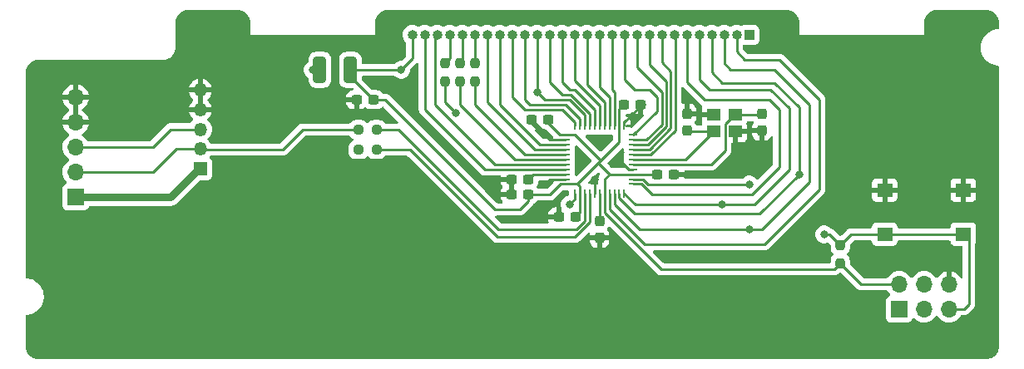
<source format=gtl>
%TF.GenerationSoftware,KiCad,Pcbnew,7.0.7*%
%TF.CreationDate,2023-10-21T14:21:18+02:00*%
%TF.ProjectId,G84-4100,4738342d-3431-4303-902e-6b696361645f,rev?*%
%TF.SameCoordinates,Original*%
%TF.FileFunction,Copper,L1,Top*%
%TF.FilePolarity,Positive*%
%FSLAX46Y46*%
G04 Gerber Fmt 4.6, Leading zero omitted, Abs format (unit mm)*
G04 Created by KiCad (PCBNEW 7.0.7) date 2023-10-21 14:21:18*
%MOMM*%
%LPD*%
G01*
G04 APERTURE LIST*
G04 Aperture macros list*
%AMRoundRect*
0 Rectangle with rounded corners*
0 $1 Rounding radius*
0 $2 $3 $4 $5 $6 $7 $8 $9 X,Y pos of 4 corners*
0 Add a 4 corners polygon primitive as box body*
4,1,4,$2,$3,$4,$5,$6,$7,$8,$9,$2,$3,0*
0 Add four circle primitives for the rounded corners*
1,1,$1+$1,$2,$3*
1,1,$1+$1,$4,$5*
1,1,$1+$1,$6,$7*
1,1,$1+$1,$8,$9*
0 Add four rect primitives between the rounded corners*
20,1,$1+$1,$2,$3,$4,$5,0*
20,1,$1+$1,$4,$5,$6,$7,0*
20,1,$1+$1,$6,$7,$8,$9,0*
20,1,$1+$1,$8,$9,$2,$3,0*%
G04 Aperture macros list end*
%TA.AperFunction,SMDPad,CuDef*%
%ADD10RoundRect,0.237500X-0.300000X-0.237500X0.300000X-0.237500X0.300000X0.237500X-0.300000X0.237500X0*%
%TD*%
%TA.AperFunction,SMDPad,CuDef*%
%ADD11RoundRect,0.237500X-0.237500X0.300000X-0.237500X-0.300000X0.237500X-0.300000X0.237500X0.300000X0*%
%TD*%
%TA.AperFunction,ComponentPad*%
%ADD12R,1.700000X1.700000*%
%TD*%
%TA.AperFunction,ComponentPad*%
%ADD13O,1.700000X1.700000*%
%TD*%
%TA.AperFunction,SMDPad,CuDef*%
%ADD14RoundRect,0.237500X-0.237500X0.250000X-0.237500X-0.250000X0.237500X-0.250000X0.237500X0.250000X0*%
%TD*%
%TA.AperFunction,SMDPad,CuDef*%
%ADD15R,1.600000X1.400000*%
%TD*%
%TA.AperFunction,SMDPad,CuDef*%
%ADD16R,1.400000X1.200000*%
%TD*%
%TA.AperFunction,SMDPad,CuDef*%
%ADD17RoundRect,0.237500X0.300000X0.237500X-0.300000X0.237500X-0.300000X-0.237500X0.300000X-0.237500X0*%
%TD*%
%TA.AperFunction,SMDPad,CuDef*%
%ADD18RoundRect,0.237500X-0.250000X-0.237500X0.250000X-0.237500X0.250000X0.237500X-0.250000X0.237500X0*%
%TD*%
%TA.AperFunction,SMDPad,CuDef*%
%ADD19RoundRect,0.237500X0.237500X-0.250000X0.237500X0.250000X-0.237500X0.250000X-0.237500X-0.250000X0*%
%TD*%
%TA.AperFunction,SMDPad,CuDef*%
%ADD20RoundRect,0.250000X-0.400000X-1.075000X0.400000X-1.075000X0.400000X1.075000X-0.400000X1.075000X0*%
%TD*%
%TA.AperFunction,ComponentPad*%
%ADD21R,1.350000X1.350000*%
%TD*%
%TA.AperFunction,ComponentPad*%
%ADD22O,1.350000X1.350000*%
%TD*%
%TA.AperFunction,SMDPad,CuDef*%
%ADD23RoundRect,0.062500X0.062500X-0.375000X0.062500X0.375000X-0.062500X0.375000X-0.062500X-0.375000X0*%
%TD*%
%TA.AperFunction,SMDPad,CuDef*%
%ADD24RoundRect,0.062500X0.375000X-0.062500X0.375000X0.062500X-0.375000X0.062500X-0.375000X-0.062500X0*%
%TD*%
%TA.AperFunction,ComponentPad*%
%ADD25R,1.000000X1.000000*%
%TD*%
%TA.AperFunction,ComponentPad*%
%ADD26O,1.000000X1.000000*%
%TD*%
%TA.AperFunction,SMDPad,CuDef*%
%ADD27RoundRect,0.237500X0.237500X-0.300000X0.237500X0.300000X-0.237500X0.300000X-0.237500X-0.300000X0*%
%TD*%
%TA.AperFunction,ViaPad*%
%ADD28C,0.800000*%
%TD*%
%TA.AperFunction,Conductor*%
%ADD29C,0.250000*%
%TD*%
%TA.AperFunction,Conductor*%
%ADD30C,0.500000*%
%TD*%
%TA.AperFunction,Conductor*%
%ADD31C,0.800000*%
%TD*%
G04 APERTURE END LIST*
D10*
%TO.P,C10,1*%
%TO.N,+5V*%
X156871500Y-68072000D03*
%TO.P,C10,2*%
%TO.N,GND*%
X158596500Y-68072000D03*
%TD*%
D11*
%TO.P,C2,1*%
%TO.N,Net-(U2-XTAL2)*%
X170942000Y-68987500D03*
%TO.P,C2,2*%
%TO.N,GND*%
X170942000Y-70712500D03*
%TD*%
D12*
%TO.P,J3,1,Pin_1*%
%TO.N,Net-(J2-Pin_1)*%
X101092000Y-77470000D03*
D13*
%TO.P,J3,2,Pin_2*%
%TO.N,Net-(J2-Pin_2)*%
X101092000Y-74930000D03*
%TO.P,J3,3,Pin_3*%
%TO.N,Net-(J2-Pin_3)*%
X101092000Y-72390000D03*
%TO.P,J3,4,Pin_4*%
%TO.N,GND*%
X101092000Y-69850000D03*
%TO.P,J3,5,Pin_5*%
X101092000Y-67310000D03*
%TD*%
D14*
%TO.P,R3,1*%
%TO.N,RST*%
X178919500Y-82399500D03*
%TO.P,R3,2*%
%TO.N,+5V*%
X178919500Y-84224500D03*
%TD*%
D15*
%TO.P,SW1,1,1*%
%TO.N,GND*%
X183452000Y-76780000D03*
X191452000Y-76780000D03*
%TO.P,SW1,2,2*%
%TO.N,RST*%
X183452000Y-81280000D03*
X191452000Y-81280000D03*
%TD*%
D16*
%TO.P,Y1,1,1*%
%TO.N,Net-(U2-XTAL1)*%
X166032000Y-70820000D03*
%TO.P,Y1,2,2*%
%TO.N,GND*%
X168232000Y-70820000D03*
%TO.P,Y1,3,3*%
%TO.N,Net-(U2-XTAL2)*%
X168232000Y-69120000D03*
%TO.P,Y1,4,4*%
%TO.N,GND*%
X166032000Y-69120000D03*
%TD*%
D17*
%TO.P,C6,1*%
%TO.N,+5V*%
X151992500Y-79502000D03*
%TO.P,C6,2*%
%TO.N,GND*%
X150267500Y-79502000D03*
%TD*%
D18*
%TO.P,R2,1*%
%TO.N,Net-(J2-Pin_2)*%
X129897500Y-70612000D03*
%TO.P,R2,2*%
%TO.N,Net-(U2-D-)*%
X131722500Y-70612000D03*
%TD*%
D17*
%TO.P,C5,1*%
%TO.N,+5V*%
X149198500Y-69596000D03*
%TO.P,C5,2*%
%TO.N,GND*%
X147473500Y-69596000D03*
%TD*%
%TO.P,C4,1*%
%TO.N,+5V*%
X147166500Y-77216000D03*
%TO.P,C4,2*%
%TO.N,GND*%
X145441500Y-77216000D03*
%TD*%
%TO.P,C11,1*%
%TO.N,Net-(U2-AREF)*%
X147166500Y-75692000D03*
%TO.P,C11,2*%
%TO.N,GND*%
X145441500Y-75692000D03*
%TD*%
D10*
%TO.P,C7,1*%
%TO.N,+5V*%
X160274000Y-75184000D03*
%TO.P,C7,2*%
%TO.N,GND*%
X161999000Y-75184000D03*
%TD*%
D12*
%TO.P,J1,1,Pin_1*%
%TO.N,row5*%
X184912000Y-88900000D03*
D13*
%TO.P,J1,2,Pin_2*%
%TO.N,+5V*%
X184912000Y-86360000D03*
%TO.P,J1,3,Pin_3*%
%TO.N,row3*%
X187452000Y-88900000D03*
%TO.P,J1,4,Pin_4*%
%TO.N,row4*%
X187452000Y-86360000D03*
%TO.P,J1,5,Pin_5*%
%TO.N,RST*%
X189992000Y-88900000D03*
%TO.P,J1,6,Pin_6*%
%TO.N,GND*%
X189992000Y-86360000D03*
%TD*%
D19*
%TO.P,R4,1*%
%TO.N,Net-(U2-PF5)*%
X141732000Y-65682500D03*
%TO.P,R4,2*%
%TO.N,led1*%
X141732000Y-63857500D03*
%TD*%
%TO.P,R6,1*%
%TO.N,col10*%
X138684000Y-65682500D03*
%TO.P,R6,2*%
%TO.N,led3*%
X138684000Y-63857500D03*
%TD*%
D20*
%TO.P,F1,1*%
%TO.N,Net-(J2-Pin_1)*%
X125958000Y-64516000D03*
%TO.P,F1,2*%
%TO.N,+5V*%
X129058000Y-64516000D03*
%TD*%
D18*
%TO.P,R1,1*%
%TO.N,Net-(J2-Pin_3)*%
X129897500Y-72644000D03*
%TO.P,R1,2*%
%TO.N,Net-(U2-D+)*%
X131722500Y-72644000D03*
%TD*%
D19*
%TO.P,R5,1*%
%TO.N,Net-(U2-PF4)*%
X140208000Y-65682500D03*
%TO.P,R5,2*%
%TO.N,led2*%
X140208000Y-63857500D03*
%TD*%
D17*
%TO.P,C8,1*%
%TO.N,+5V*%
X131418500Y-67564000D03*
%TO.P,C8,2*%
%TO.N,GND*%
X129693500Y-67564000D03*
%TD*%
D21*
%TO.P,J2,1,Pin_1*%
%TO.N,Net-(J2-Pin_1)*%
X113792000Y-74580000D03*
D22*
%TO.P,J2,2,Pin_2*%
%TO.N,Net-(J2-Pin_2)*%
X113792000Y-72580000D03*
%TO.P,J2,3,Pin_3*%
%TO.N,Net-(J2-Pin_3)*%
X113792000Y-70580000D03*
%TO.P,J2,4,Pin_4*%
%TO.N,GND*%
X113792000Y-68580000D03*
%TO.P,J2,5,Pin_5*%
X113792000Y-66580000D03*
%TD*%
D23*
%TO.P,U2,1,PE6*%
%TO.N,row1*%
X151932000Y-77097500D03*
%TO.P,U2,2,UVCC*%
%TO.N,+5V*%
X152432000Y-77097500D03*
%TO.P,U2,3,D-*%
%TO.N,Net-(U2-D-)*%
X152932000Y-77097500D03*
%TO.P,U2,4,D+*%
%TO.N,Net-(U2-D+)*%
X153432000Y-77097500D03*
%TO.P,U2,5,UGND*%
%TO.N,GND*%
X153932000Y-77097500D03*
%TO.P,U2,6,UCAP*%
%TO.N,Net-(U2-UCAP)*%
X154432000Y-77097500D03*
%TO.P,U2,7,VBUS*%
%TO.N,+5V*%
X154932000Y-77097500D03*
%TO.P,U2,8,PB0*%
%TO.N,row2*%
X155432000Y-77097500D03*
%TO.P,U2,9,PB1*%
%TO.N,row3*%
X155932000Y-77097500D03*
%TO.P,U2,10,PB2*%
%TO.N,row4*%
X156432000Y-77097500D03*
%TO.P,U2,11,PB3*%
%TO.N,row5*%
X156932000Y-77097500D03*
D24*
%TO.P,U2,12,PB7*%
%TO.N,row6*%
X157869500Y-76160000D03*
%TO.P,U2,13,~{RESET}*%
%TO.N,RST*%
X157869500Y-75660000D03*
%TO.P,U2,14,VCC*%
%TO.N,+5V*%
X157869500Y-75160000D03*
%TO.P,U2,15,GND*%
%TO.N,GND*%
X157869500Y-74660000D03*
%TO.P,U2,16,XTAL2*%
%TO.N,Net-(U2-XTAL2)*%
X157869500Y-74160000D03*
%TO.P,U2,17,XTAL1*%
%TO.N,Net-(U2-XTAL1)*%
X157869500Y-73660000D03*
%TO.P,U2,18,PD0*%
%TO.N,row7*%
X157869500Y-73160000D03*
%TO.P,U2,19,PD1*%
%TO.N,row8*%
X157869500Y-72660000D03*
%TO.P,U2,20,PD2*%
%TO.N,col1*%
X157869500Y-72160000D03*
%TO.P,U2,21,PD3*%
%TO.N,col2*%
X157869500Y-71660000D03*
%TO.P,U2,22,PD5*%
%TO.N,col3*%
X157869500Y-71160000D03*
D23*
%TO.P,U2,23,GND*%
%TO.N,GND*%
X156932000Y-70222500D03*
%TO.P,U2,24,AVCC*%
%TO.N,+5V*%
X156432000Y-70222500D03*
%TO.P,U2,25,PD4*%
%TO.N,col4*%
X155932000Y-70222500D03*
%TO.P,U2,26,PD6*%
%TO.N,col5*%
X155432000Y-70222500D03*
%TO.P,U2,27,PD7*%
%TO.N,col6*%
X154932000Y-70222500D03*
%TO.P,U2,28,PB4*%
%TO.N,col7*%
X154432000Y-70222500D03*
%TO.P,U2,29,PB5*%
%TO.N,col8*%
X153932000Y-70222500D03*
%TO.P,U2,30,PB6*%
%TO.N,col9*%
X153432000Y-70222500D03*
%TO.P,U2,31,PC6*%
%TO.N,col10*%
X152932000Y-70222500D03*
%TO.P,U2,32,PC7*%
%TO.N,col11*%
X152432000Y-70222500D03*
%TO.P,U2,33,~{HWB}/PE2*%
%TO.N,col12*%
X151932000Y-70222500D03*
D24*
%TO.P,U2,34,VCC*%
%TO.N,+5V*%
X150994500Y-71160000D03*
%TO.P,U2,35,GND*%
%TO.N,GND*%
X150994500Y-71660000D03*
%TO.P,U2,36,PF7*%
%TO.N,col13*%
X150994500Y-72160000D03*
%TO.P,U2,37,PF6*%
%TO.N,col14*%
X150994500Y-72660000D03*
%TO.P,U2,38,PF5*%
%TO.N,Net-(U2-PF5)*%
X150994500Y-73160000D03*
%TO.P,U2,39,PF4*%
%TO.N,Net-(U2-PF4)*%
X150994500Y-73660000D03*
%TO.P,U2,40,PF1*%
%TO.N,col15*%
X150994500Y-74160000D03*
%TO.P,U2,41,PF0*%
%TO.N,col16*%
X150994500Y-74660000D03*
%TO.P,U2,42,AREF*%
%TO.N,Net-(U2-AREF)*%
X150994500Y-75160000D03*
%TO.P,U2,43,GND*%
%TO.N,GND*%
X150994500Y-75660000D03*
%TO.P,U2,44,AVCC*%
%TO.N,+5V*%
X150994500Y-76160000D03*
%TD*%
D25*
%TO.P,J4,1,Pin_1*%
%TO.N,row1*%
X169672000Y-60960000D03*
D26*
%TO.P,J4,2,Pin_2*%
%TO.N,row2*%
X168402000Y-60960000D03*
%TO.P,J4,3,Pin_3*%
%TO.N,row3*%
X167132000Y-60960000D03*
%TO.P,J4,4,Pin_4*%
%TO.N,row4*%
X165862000Y-60960000D03*
%TO.P,J4,5,Pin_5*%
%TO.N,row5*%
X164592000Y-60960000D03*
%TO.P,J4,6,Pin_6*%
%TO.N,row6*%
X163322000Y-60960000D03*
%TO.P,J4,7,Pin_7*%
%TO.N,row7*%
X162052000Y-60960000D03*
%TO.P,J4,8,Pin_8*%
%TO.N,row8*%
X160782000Y-60960000D03*
%TO.P,J4,9,Pin_9*%
%TO.N,col1*%
X159512000Y-60960000D03*
%TO.P,J4,10,Pin_10*%
%TO.N,col2*%
X158242000Y-60960000D03*
%TO.P,J4,11,Pin_11*%
%TO.N,col3*%
X156972000Y-60960000D03*
%TO.P,J4,12,Pin_12*%
%TO.N,col4*%
X155702000Y-60960000D03*
%TO.P,J4,13,Pin_13*%
%TO.N,col5*%
X154432000Y-60960000D03*
%TO.P,J4,14,Pin_14*%
%TO.N,col6*%
X153162000Y-60960000D03*
%TO.P,J4,15,Pin_15*%
%TO.N,col7*%
X151892000Y-60960000D03*
%TO.P,J4,16,Pin_16*%
%TO.N,col8*%
X150622000Y-60960000D03*
%TO.P,J4,17,Pin_17*%
%TO.N,col9*%
X149352000Y-60960000D03*
%TO.P,J4,18,Pin_18*%
%TO.N,col10*%
X148082000Y-60960000D03*
%TO.P,J4,19,Pin_19*%
%TO.N,col11*%
X146812000Y-60960000D03*
%TO.P,J4,20,Pin_20*%
%TO.N,col12*%
X145542000Y-60960000D03*
%TO.P,J4,21,Pin_21*%
%TO.N,col13*%
X144272000Y-60960000D03*
%TO.P,J4,22,Pin_22*%
%TO.N,col14*%
X143002000Y-60960000D03*
%TO.P,J4,23,Pin_23*%
%TO.N,led1*%
X141732000Y-60960000D03*
%TO.P,J4,24,Pin_24*%
%TO.N,led2*%
X140462000Y-60960000D03*
%TO.P,J4,25,Pin_25*%
%TO.N,led3*%
X139192000Y-60960000D03*
%TO.P,J4,26,Pin_26*%
%TO.N,col15*%
X137922000Y-60960000D03*
%TO.P,J4,27,Pin_27*%
%TO.N,col16*%
X136652000Y-60960000D03*
%TO.P,J4,28,Pin_28*%
%TO.N,+5V*%
X135382000Y-60960000D03*
%TD*%
D11*
%TO.P,C3,1*%
%TO.N,Net-(U2-UCAP)*%
X154432000Y-79909500D03*
%TO.P,C3,2*%
%TO.N,GND*%
X154432000Y-81634500D03*
%TD*%
D27*
%TO.P,C1,1*%
%TO.N,Net-(U2-XTAL1)*%
X163322000Y-70712500D03*
%TO.P,C1,2*%
%TO.N,GND*%
X163322000Y-68987500D03*
%TD*%
D28*
%TO.N,GND*%
X182372000Y-63500000D03*
X186944000Y-79502000D03*
X166116000Y-69088000D03*
X184912000Y-91440000D03*
X126492000Y-91440000D03*
X192532000Y-91440000D03*
X184912000Y-73660000D03*
X153924000Y-75692000D03*
X134747000Y-66294000D03*
X111252000Y-91440000D03*
X131572000Y-91440000D03*
X186944000Y-78359000D03*
X113792000Y-60960000D03*
X151892000Y-91440000D03*
X179832000Y-71120000D03*
X152400000Y-73406000D03*
X179832000Y-73660000D03*
X162052000Y-75184000D03*
X188595000Y-83820000D03*
X167132000Y-91440000D03*
X159512000Y-91440000D03*
X116332000Y-60960000D03*
X192532000Y-73660000D03*
X179832000Y-63500000D03*
X106172000Y-68580000D03*
X170942000Y-70612000D03*
X187452000Y-63500000D03*
X149352000Y-91440000D03*
X126492000Y-68580000D03*
X154178000Y-71882000D03*
X180721000Y-76454000D03*
X98552000Y-91440000D03*
X101092000Y-91440000D03*
X108712000Y-68580000D03*
X182372000Y-73660000D03*
X156464000Y-73660000D03*
X172720000Y-60452000D03*
X139192000Y-91440000D03*
X163195000Y-67183000D03*
X134112000Y-91440000D03*
X177292000Y-63500000D03*
X187452000Y-73660000D03*
X170434000Y-73914000D03*
X118872000Y-91440000D03*
X164592000Y-91440000D03*
X188087000Y-79502000D03*
X184912000Y-63500000D03*
X108712000Y-91440000D03*
X174371000Y-82169000D03*
X187452000Y-91440000D03*
X177292000Y-91440000D03*
X189992000Y-91440000D03*
X188087000Y-78232000D03*
X144272000Y-91440000D03*
X193294000Y-86360000D03*
X158750000Y-68072000D03*
X192532000Y-71120000D03*
X182372000Y-91440000D03*
X113792000Y-91440000D03*
X169672000Y-91440000D03*
X129032000Y-91440000D03*
X118872000Y-68580000D03*
X148336000Y-79248000D03*
X179832000Y-66040000D03*
X116332000Y-91440000D03*
X174752000Y-91440000D03*
X123952000Y-91440000D03*
X121412000Y-91440000D03*
X103632000Y-91440000D03*
X141732000Y-91440000D03*
X189992000Y-66040000D03*
X189992000Y-73660000D03*
X192532000Y-68580000D03*
X179832000Y-68580000D03*
X189992000Y-83820000D03*
X172212000Y-91440000D03*
X122682000Y-68453000D03*
X146812000Y-91440000D03*
X181991000Y-84074000D03*
X179832000Y-91440000D03*
X177673000Y-79121000D03*
X132842000Y-60833000D03*
X106172000Y-91440000D03*
X156972000Y-91440000D03*
X98552000Y-81280000D03*
X161671000Y-83439000D03*
X168148000Y-70866000D03*
X163322000Y-69088000D03*
X162052000Y-91440000D03*
X154432000Y-91440000D03*
X136652000Y-91440000D03*
X148844000Y-71120000D03*
X143510000Y-76200000D03*
X148844000Y-76200000D03*
%TO.N,+5V*%
X156871500Y-68072000D03*
X134239000Y-64516000D03*
%TO.N,Net-(J2-Pin_1)*%
X125958000Y-64516000D03*
X125222000Y-64516000D03*
%TO.N,row4*%
X174752000Y-75184000D03*
%TO.N,row3*%
X169672000Y-80772000D03*
%TO.N,RST*%
X169672000Y-76200000D03*
X177292000Y-81280000D03*
%TO.N,Net-(J2-Pin_3)*%
X129794000Y-72644000D03*
%TO.N,row1*%
X151384000Y-78232000D03*
%TO.N,row5*%
X166878000Y-78232000D03*
%TO.N,col10*%
X148082000Y-66802000D03*
X139827000Y-68961000D03*
%TD*%
D29*
%TO.N,GND*%
X156932000Y-70222500D02*
X156932000Y-69890000D01*
X149384000Y-71660000D02*
X150994500Y-71660000D01*
X148844000Y-71120000D02*
X149384000Y-71660000D01*
X189992000Y-86360000D02*
X189992000Y-83820000D01*
X157383992Y-74660000D02*
X156464000Y-73740008D01*
X156464000Y-73740008D02*
X156464000Y-73660000D01*
X147473500Y-69596000D02*
X147473500Y-69749500D01*
D30*
X147473500Y-69749500D02*
X148844000Y-71120000D01*
D29*
X153932000Y-75700000D02*
X153924000Y-75692000D01*
X150994500Y-75660000D02*
X149384000Y-75660000D01*
X153932000Y-77097500D02*
X153932000Y-75700000D01*
X149384000Y-75660000D02*
X148844000Y-76200000D01*
X157869500Y-74660000D02*
X157383992Y-74660000D01*
X156932000Y-69890000D02*
X158750000Y-68072000D01*
%TO.N,+5V*%
X184912000Y-86360000D02*
X181055000Y-86360000D01*
X150994500Y-71160000D02*
X151932000Y-71160000D01*
X152432000Y-76406000D02*
X152186000Y-76160000D01*
X154932000Y-77097500D02*
X154932000Y-75652000D01*
X150408000Y-71160000D02*
X149198500Y-69950500D01*
X132588000Y-67564000D02*
X143764000Y-78740000D01*
X154559000Y-73787000D02*
X156432000Y-71914000D01*
X150994500Y-71160000D02*
X150408000Y-71160000D01*
X181055000Y-86360000D02*
X178919500Y-84224500D01*
X156432000Y-70222500D02*
X156432000Y-68511500D01*
X160691495Y-84836000D02*
X154932000Y-79076505D01*
X135382000Y-63373000D02*
X135382000Y-60960000D01*
X152432000Y-77097500D02*
X152432000Y-79062500D01*
X146304000Y-78740000D02*
X147166500Y-77877500D01*
X154305000Y-74041000D02*
X154559000Y-73787000D01*
X178308000Y-84836000D02*
X160691495Y-84836000D01*
X149391250Y-77216000D02*
X147166500Y-77216000D01*
X129058000Y-64516000D02*
X134239000Y-64516000D01*
X129058000Y-65203500D02*
X131418500Y-67564000D01*
X129058000Y-64516000D02*
X129058000Y-65203500D01*
X152432000Y-77097500D02*
X152432000Y-76406000D01*
X152432000Y-79062500D02*
X151992500Y-79502000D01*
X131418500Y-67564000D02*
X132588000Y-67564000D01*
X143764000Y-78740000D02*
X146304000Y-78740000D01*
X160250000Y-75160000D02*
X160274000Y-75184000D01*
X151932000Y-71160000D02*
X154559000Y-73787000D01*
X156432000Y-71914000D02*
X156432000Y-70222500D01*
X154932000Y-75652000D02*
X155424000Y-75160000D01*
X149198500Y-69950500D02*
X149198500Y-69596000D01*
X155424000Y-75160000D02*
X154305000Y-74041000D01*
X156432000Y-68511500D02*
X156871500Y-68072000D01*
X147166500Y-77877500D02*
X147166500Y-77216000D01*
X150994500Y-76160000D02*
X152186000Y-76160000D01*
X154932000Y-79076505D02*
X154932000Y-77097500D01*
X178919500Y-84224500D02*
X178308000Y-84836000D01*
X150994500Y-76160000D02*
X150447250Y-76160000D01*
X152186000Y-76160000D02*
X154305000Y-74041000D01*
X134239000Y-64516000D02*
X135382000Y-63373000D01*
X150447250Y-76160000D02*
X149391250Y-77216000D01*
X157869500Y-75160000D02*
X160250000Y-75160000D01*
X157869500Y-75160000D02*
X155424000Y-75160000D01*
D31*
%TO.N,Net-(J2-Pin_1)*%
X113634000Y-74580000D02*
X110744000Y-77470000D01*
D29*
X113792000Y-74580000D02*
X113634000Y-74580000D01*
D31*
X110744000Y-77470000D02*
X101092000Y-77470000D01*
D29*
%TO.N,row4*%
X158038992Y-79190000D02*
X160020000Y-79190000D01*
X166624000Y-79190000D02*
X170746000Y-79190000D01*
X160020000Y-79190000D02*
X166624000Y-79190000D01*
X156432000Y-77097500D02*
X156432000Y-77583008D01*
X156432000Y-77583008D02*
X158038992Y-79190000D01*
X174752000Y-75184000D02*
X174752000Y-68326000D01*
X174752000Y-68326000D02*
X172270000Y-65844000D01*
X165862000Y-64770000D02*
X165862000Y-60960000D01*
X172270000Y-65844000D02*
X166936000Y-65844000D01*
X170746000Y-79190000D02*
X174752000Y-75184000D01*
X166936000Y-65844000D02*
X165862000Y-64770000D01*
%TO.N,row2*%
X176784000Y-67564000D02*
X172720000Y-63500000D01*
X168148000Y-82296000D02*
X171196000Y-82296000D01*
X169204000Y-63500000D02*
X168402000Y-62698000D01*
X155432000Y-78724000D02*
X159004000Y-82296000D01*
X168402000Y-62698000D02*
X168402000Y-60960000D01*
X172720000Y-63500000D02*
X169204000Y-63500000D01*
X171196000Y-82296000D02*
X176784000Y-76708000D01*
X155432000Y-77097500D02*
X155432000Y-78724000D01*
X176784000Y-76708000D02*
X176784000Y-67564000D01*
X159004000Y-82296000D02*
X168148000Y-82296000D01*
%TO.N,row3*%
X167778000Y-64516000D02*
X167132000Y-63870000D01*
X175768000Y-68072000D02*
X172212000Y-64516000D01*
X169672000Y-80772000D02*
X170942000Y-80772000D01*
X158496000Y-80772000D02*
X169672000Y-80772000D01*
X155932000Y-78208000D02*
X158496000Y-80772000D01*
X175768000Y-75946000D02*
X175768000Y-68072000D01*
X167132000Y-63870000D02*
X167132000Y-60960000D01*
X172212000Y-64516000D02*
X167778000Y-64516000D01*
X170942000Y-80772000D02*
X175768000Y-75946000D01*
X155932000Y-77097500D02*
X155932000Y-78208000D01*
%TO.N,RST*%
X180039000Y-81280000D02*
X183452000Y-81280000D01*
X191516000Y-88900000D02*
X189992000Y-88900000D01*
X177800000Y-81280000D02*
X178919500Y-82399500D01*
X158846396Y-75660000D02*
X159386396Y-76200000D01*
X159386396Y-76200000D02*
X169672000Y-76200000D01*
X178919500Y-82399500D02*
X180039000Y-81280000D01*
X192024000Y-88392000D02*
X191516000Y-88900000D01*
X191452000Y-81280000D02*
X192024000Y-81852000D01*
X192024000Y-81852000D02*
X192024000Y-88392000D01*
X157869500Y-75660000D02*
X158846396Y-75660000D01*
X177292000Y-81280000D02*
X177800000Y-81280000D01*
X183452000Y-81280000D02*
X191452000Y-81280000D01*
%TO.N,Net-(J2-Pin_2)*%
X113856000Y-72644000D02*
X113792000Y-72580000D01*
X113792000Y-72580000D02*
X111316000Y-72580000D01*
X111316000Y-72580000D02*
X108966000Y-74930000D01*
X122174000Y-72644000D02*
X113856000Y-72644000D01*
X124206000Y-70612000D02*
X122174000Y-72644000D01*
X129897500Y-70612000D02*
X124206000Y-70612000D01*
X108966000Y-74930000D02*
X101092000Y-74930000D01*
%TO.N,Net-(J2-Pin_3)*%
X110776000Y-70580000D02*
X108966000Y-72390000D01*
X108966000Y-72390000D02*
X101092000Y-72390000D01*
X113792000Y-70580000D02*
X110776000Y-70580000D01*
X129897500Y-72644000D02*
X129794000Y-72644000D01*
%TO.N,row1*%
X151932000Y-77097500D02*
X151932000Y-77684000D01*
X151932000Y-77684000D02*
X151384000Y-78232000D01*
%TO.N,row5*%
X173736000Y-68451604D02*
X171832396Y-66548000D01*
X170180000Y-78232000D02*
X173736000Y-74676000D01*
X158066500Y-78232000D02*
X166878000Y-78232000D01*
X166878000Y-78232000D02*
X170180000Y-78232000D01*
X173736000Y-74676000D02*
X173736000Y-68451604D01*
X156932000Y-77097500D02*
X158066500Y-78232000D01*
X165608000Y-66548000D02*
X164592000Y-65532000D01*
X171832396Y-66548000D02*
X165608000Y-66548000D01*
X164592000Y-65532000D02*
X164592000Y-60960000D01*
%TO.N,row6*%
X172720000Y-74422000D02*
X172720000Y-68580000D01*
X159766000Y-77216000D02*
X169926000Y-77216000D01*
X158710000Y-76160000D02*
X159766000Y-77216000D01*
X169926000Y-77216000D02*
X172720000Y-74422000D01*
X157869500Y-76160000D02*
X158710000Y-76160000D01*
X171704000Y-67564000D02*
X165100000Y-67564000D01*
X163322000Y-65786000D02*
X163322000Y-60960000D01*
X172720000Y-68580000D02*
X171704000Y-67564000D01*
X165100000Y-67564000D02*
X163322000Y-65786000D01*
%TO.N,row7*%
X159635188Y-73160000D02*
X162132000Y-70663188D01*
X162132000Y-70663188D02*
X162132000Y-61040000D01*
X162132000Y-61040000D02*
X162052000Y-60960000D01*
X157869500Y-73160000D02*
X159635188Y-73160000D01*
%TO.N,row8*%
X160782000Y-63754000D02*
X160782000Y-60960000D01*
X161682000Y-70476792D02*
X161682000Y-64654000D01*
X157869500Y-72660000D02*
X159498792Y-72660000D01*
X161682000Y-64654000D02*
X160782000Y-63754000D01*
X159498792Y-72660000D02*
X161682000Y-70476792D01*
%TO.N,col1*%
X161232000Y-65728000D02*
X159512000Y-64008000D01*
X161232000Y-70290396D02*
X161232000Y-65728000D01*
X159512000Y-64008000D02*
X159512000Y-60960000D01*
X157869500Y-72160000D02*
X159362396Y-72160000D01*
X159362396Y-72160000D02*
X161232000Y-70290396D01*
%TO.N,col2*%
X160782000Y-70104000D02*
X160782000Y-66802000D01*
X160782000Y-66802000D02*
X158242000Y-64262000D01*
X157869500Y-71660000D02*
X159226000Y-71660000D01*
X158242000Y-64262000D02*
X158242000Y-60960000D01*
X159226000Y-71660000D02*
X160782000Y-70104000D01*
%TO.N,col3*%
X159512000Y-66548000D02*
X157988000Y-66548000D01*
X157869500Y-71160000D02*
X160274000Y-68755500D01*
X157988000Y-66548000D02*
X156972000Y-65532000D01*
X160274000Y-67310000D02*
X159512000Y-66548000D01*
X156972000Y-65532000D02*
X156972000Y-60960000D01*
X160274000Y-68755500D02*
X160274000Y-67310000D01*
%TO.N,col4*%
X155932000Y-66778000D02*
X155702000Y-66548000D01*
X155702000Y-66548000D02*
X155702000Y-60960000D01*
X155932000Y-70222500D02*
X155932000Y-66778000D01*
%TO.N,col5*%
X154432000Y-66294000D02*
X154432000Y-60960000D01*
X155432000Y-70222500D02*
X155432000Y-67294000D01*
X155432000Y-67294000D02*
X154432000Y-66294000D01*
%TO.N,col6*%
X154932000Y-70222500D02*
X154932000Y-67810000D01*
X154932000Y-67810000D02*
X153162000Y-66040000D01*
X153162000Y-66040000D02*
X153162000Y-60960000D01*
%TO.N,col7*%
X154432000Y-70222500D02*
X154432000Y-68192020D01*
X151892000Y-65652020D02*
X151892000Y-60960000D01*
X154432000Y-68192020D02*
X151892000Y-65652020D01*
%TO.N,col8*%
X153932000Y-70222500D02*
X153932000Y-68588000D01*
X151892000Y-66548000D02*
X151384000Y-66548000D01*
X150622000Y-65786000D02*
X150622000Y-60960000D01*
X151384000Y-66548000D02*
X150622000Y-65786000D01*
X153932000Y-68588000D02*
X151892000Y-66548000D01*
%TO.N,col9*%
X153432000Y-68975604D02*
X151512396Y-67056000D01*
X149352000Y-65786000D02*
X149352000Y-60960000D01*
X151512396Y-67056000D02*
X150622000Y-67056000D01*
X150622000Y-67056000D02*
X149352000Y-65786000D01*
X153432000Y-70222500D02*
X153432000Y-68975604D01*
%TO.N,col10*%
X138684000Y-67818000D02*
X138684000Y-65682500D01*
X148082000Y-66802000D02*
X148082000Y-60960000D01*
X148844000Y-67564000D02*
X148082000Y-66802000D01*
X139827000Y-68961000D02*
X138684000Y-67818000D01*
X152932000Y-70222500D02*
X152932000Y-69112000D01*
X152932000Y-69112000D02*
X151384000Y-67564000D01*
X151384000Y-67564000D02*
X148844000Y-67564000D01*
%TO.N,col11*%
X152432000Y-69499604D02*
X151004396Y-68072000D01*
X147320000Y-68072000D02*
X146812000Y-67564000D01*
X151004396Y-68072000D02*
X147320000Y-68072000D01*
X152432000Y-70222500D02*
X152432000Y-69499604D01*
X146812000Y-67564000D02*
X146812000Y-60960000D01*
%TO.N,col12*%
X146812000Y-68580000D02*
X145542000Y-67310000D01*
X150622000Y-68580000D02*
X146812000Y-68580000D01*
X145542000Y-67310000D02*
X145542000Y-60960000D01*
X151932000Y-69890000D02*
X150622000Y-68580000D01*
X151932000Y-70222500D02*
X151932000Y-69890000D01*
%TO.N,col13*%
X144272000Y-68072000D02*
X144272000Y-60960000D01*
X150994500Y-72160000D02*
X148360000Y-72160000D01*
X148360000Y-72160000D02*
X144272000Y-68072000D01*
%TO.N,col14*%
X147844000Y-72660000D02*
X143002000Y-67818000D01*
X143002000Y-67818000D02*
X143002000Y-60960000D01*
X150994500Y-72660000D02*
X147844000Y-72660000D01*
%TO.N,led1*%
X141732000Y-63857500D02*
X141732000Y-60960000D01*
%TO.N,led2*%
X140462000Y-63603500D02*
X140462000Y-60960000D01*
X140208000Y-63857500D02*
X140462000Y-63603500D01*
%TO.N,col15*%
X150994500Y-74160000D02*
X143756000Y-74160000D01*
X137668000Y-61214000D02*
X137922000Y-60960000D01*
X143756000Y-74160000D02*
X137668000Y-68072000D01*
X137668000Y-68072000D02*
X137668000Y-61214000D01*
%TO.N,col16*%
X150994500Y-74660000D02*
X142732000Y-74660000D01*
X136652000Y-68580000D02*
X136652000Y-60960000D01*
X142732000Y-74660000D02*
X136652000Y-68580000D01*
%TO.N,led3*%
X138684000Y-63857500D02*
X139192000Y-63349500D01*
X139192000Y-63349500D02*
X139192000Y-60960000D01*
%TO.N,Net-(U2-XTAL1)*%
X166032000Y-70820000D02*
X163429500Y-70820000D01*
X163429500Y-70820000D02*
X163322000Y-70712500D01*
X163192000Y-73660000D02*
X166032000Y-70820000D01*
X157869500Y-73660000D02*
X163192000Y-73660000D01*
%TO.N,Net-(U2-XTAL2)*%
X157869500Y-74160000D02*
X165769500Y-74160000D01*
X167207000Y-70045000D02*
X168132000Y-69120000D01*
X167207000Y-72722500D02*
X167207000Y-70045000D01*
X168132000Y-69120000D02*
X168232000Y-69120000D01*
X168232000Y-69120000D02*
X170809500Y-69120000D01*
X170809500Y-69120000D02*
X170942000Y-68987500D01*
X165769500Y-74160000D02*
X167207000Y-72722500D01*
%TO.N,Net-(U2-UCAP)*%
X154432000Y-77097500D02*
X154432000Y-79909500D01*
%TO.N,Net-(U2-AREF)*%
X150994500Y-75160000D02*
X147698500Y-75160000D01*
X147698500Y-75160000D02*
X147166500Y-75692000D01*
%TO.N,Net-(U2-D+)*%
X151929891Y-81534000D02*
X144018000Y-81534000D01*
X153432000Y-80031891D02*
X151929891Y-81534000D01*
X153432000Y-77097500D02*
X153432000Y-80031891D01*
X144018000Y-81534000D02*
X135128000Y-72644000D01*
X135128000Y-72644000D02*
X131722500Y-72644000D01*
%TO.N,Net-(U2-D-)*%
X152055495Y-80772000D02*
X144145000Y-80772000D01*
X144145000Y-80772000D02*
X133985000Y-70612000D01*
X152932000Y-79895495D02*
X152055495Y-80772000D01*
X133985000Y-70612000D02*
X131722500Y-70612000D01*
X152932000Y-77097500D02*
X152932000Y-79895495D01*
%TO.N,Net-(U2-PF4)*%
X140208000Y-68072000D02*
X140208000Y-65682500D01*
X150994500Y-73660000D02*
X145796000Y-73660000D01*
X145796000Y-73660000D02*
X140208000Y-68072000D01*
%TO.N,Net-(U2-PF5)*%
X141732000Y-68072000D02*
X141732000Y-65682500D01*
X146820000Y-73160000D02*
X141732000Y-68072000D01*
X150994500Y-73160000D02*
X146820000Y-73160000D01*
%TD*%
%TA.AperFunction,Conductor*%
%TO.N,GND*%
G36*
X182094540Y-81925185D02*
G01*
X182140295Y-81977989D01*
X182150437Y-82024611D01*
X182151099Y-82024576D01*
X182151146Y-82024571D01*
X182151146Y-82024573D01*
X182151324Y-82024564D01*
X182151501Y-82027876D01*
X182157908Y-82087483D01*
X182208202Y-82222328D01*
X182208206Y-82222335D01*
X182294452Y-82337544D01*
X182294455Y-82337547D01*
X182409664Y-82423793D01*
X182409671Y-82423797D01*
X182544517Y-82474091D01*
X182544516Y-82474091D01*
X182551444Y-82474835D01*
X182604127Y-82480500D01*
X184299872Y-82480499D01*
X184359483Y-82474091D01*
X184494331Y-82423796D01*
X184609546Y-82337546D01*
X184695796Y-82222331D01*
X184746091Y-82087483D01*
X184752500Y-82027873D01*
X184752500Y-82027845D01*
X184752678Y-82024548D01*
X184753934Y-82024615D01*
X184772185Y-81962461D01*
X184824989Y-81916706D01*
X184876500Y-81905500D01*
X190027501Y-81905500D01*
X190094540Y-81925185D01*
X190140295Y-81977989D01*
X190150437Y-82024611D01*
X190151099Y-82024576D01*
X190151146Y-82024571D01*
X190151146Y-82024573D01*
X190151324Y-82024564D01*
X190151501Y-82027876D01*
X190157908Y-82087483D01*
X190208202Y-82222328D01*
X190208206Y-82222335D01*
X190294452Y-82337544D01*
X190294455Y-82337547D01*
X190409664Y-82423793D01*
X190409671Y-82423797D01*
X190544517Y-82474091D01*
X190544516Y-82474091D01*
X190551444Y-82474835D01*
X190604127Y-82480500D01*
X191274500Y-82480499D01*
X191341539Y-82500183D01*
X191387294Y-82552987D01*
X191398500Y-82604499D01*
X191398500Y-85623042D01*
X191378815Y-85690081D01*
X191326011Y-85735836D01*
X191256853Y-85745780D01*
X191193297Y-85716755D01*
X191167114Y-85685044D01*
X191165599Y-85682420D01*
X191030113Y-85488926D01*
X191030108Y-85488920D01*
X190863082Y-85321894D01*
X190669578Y-85186399D01*
X190455492Y-85086570D01*
X190455486Y-85086567D01*
X190242000Y-85029364D01*
X190242000Y-85747698D01*
X190222315Y-85814737D01*
X190169511Y-85860492D01*
X190100355Y-85870436D01*
X190027766Y-85860000D01*
X190027763Y-85860000D01*
X189956237Y-85860000D01*
X189956233Y-85860000D01*
X189883644Y-85870436D01*
X189814486Y-85860492D01*
X189761683Y-85814736D01*
X189741999Y-85747698D01*
X189741999Y-85029364D01*
X189528513Y-85086567D01*
X189528507Y-85086570D01*
X189314422Y-85186399D01*
X189314420Y-85186400D01*
X189120926Y-85321886D01*
X189120920Y-85321891D01*
X188953891Y-85488920D01*
X188953890Y-85488922D01*
X188823880Y-85674595D01*
X188769303Y-85718219D01*
X188699804Y-85725412D01*
X188637450Y-85693890D01*
X188620730Y-85674594D01*
X188490494Y-85488597D01*
X188323402Y-85321506D01*
X188323395Y-85321501D01*
X188312912Y-85314161D01*
X188235116Y-85259687D01*
X188129834Y-85185967D01*
X188129830Y-85185965D01*
X188129828Y-85185964D01*
X187915663Y-85086097D01*
X187915659Y-85086096D01*
X187915655Y-85086094D01*
X187687413Y-85024938D01*
X187687403Y-85024936D01*
X187452001Y-85004341D01*
X187451999Y-85004341D01*
X187216596Y-85024936D01*
X187216586Y-85024938D01*
X186988344Y-85086094D01*
X186988335Y-85086098D01*
X186774171Y-85185964D01*
X186774169Y-85185965D01*
X186580597Y-85321505D01*
X186413508Y-85488594D01*
X186283574Y-85674159D01*
X186228997Y-85717784D01*
X186159498Y-85724976D01*
X186097144Y-85693454D01*
X186080424Y-85674158D01*
X185950494Y-85488597D01*
X185783402Y-85321506D01*
X185783395Y-85321501D01*
X185772912Y-85314161D01*
X185695116Y-85259687D01*
X185589834Y-85185967D01*
X185589830Y-85185965D01*
X185589828Y-85185964D01*
X185375663Y-85086097D01*
X185375659Y-85086096D01*
X185375655Y-85086094D01*
X185147413Y-85024938D01*
X185147403Y-85024936D01*
X184912001Y-85004341D01*
X184911999Y-85004341D01*
X184676596Y-85024936D01*
X184676586Y-85024938D01*
X184448344Y-85086094D01*
X184448335Y-85086098D01*
X184234171Y-85185964D01*
X184234169Y-85185965D01*
X184040597Y-85321505D01*
X183873505Y-85488597D01*
X183738348Y-85681623D01*
X183683771Y-85725248D01*
X183636773Y-85734500D01*
X181365452Y-85734500D01*
X181298413Y-85714815D01*
X181277771Y-85698181D01*
X179931318Y-84351727D01*
X179897833Y-84290404D01*
X179894999Y-84264046D01*
X179894999Y-84153539D01*
X179894999Y-83925324D01*
X179884674Y-83824247D01*
X179830408Y-83660484D01*
X179739840Y-83513650D01*
X179625871Y-83399681D01*
X179592386Y-83338358D01*
X179597370Y-83268666D01*
X179625871Y-83224319D01*
X179625870Y-83224319D01*
X179739840Y-83110350D01*
X179830408Y-82963516D01*
X179884674Y-82799753D01*
X179895000Y-82698677D01*
X179894999Y-82359951D01*
X179914683Y-82292913D01*
X179931309Y-82272280D01*
X180261774Y-81941816D01*
X180323095Y-81908334D01*
X180349453Y-81905500D01*
X182027501Y-81905500D01*
X182094540Y-81925185D01*
G37*
%TD.AperFunction*%
%TA.AperFunction,Conductor*%
G36*
X151249539Y-76805185D02*
G01*
X151295294Y-76857989D01*
X151306500Y-76909500D01*
X151306500Y-77227442D01*
X151286815Y-77294481D01*
X151234011Y-77340236D01*
X151208281Y-77348732D01*
X151104197Y-77370855D01*
X151104192Y-77370857D01*
X150931270Y-77447848D01*
X150931265Y-77447851D01*
X150778129Y-77559111D01*
X150651466Y-77699785D01*
X150556821Y-77863715D01*
X150556818Y-77863722D01*
X150498327Y-78043740D01*
X150498326Y-78043744D01*
X150478540Y-78232000D01*
X150486629Y-78308960D01*
X150498326Y-78420256D01*
X150498327Y-78420259D01*
X150511431Y-78460588D01*
X150517500Y-78498906D01*
X150517500Y-79628000D01*
X150497815Y-79695039D01*
X150445011Y-79740794D01*
X150393500Y-79752000D01*
X149230001Y-79752000D01*
X149230001Y-79788654D01*
X149240319Y-79889652D01*
X149271416Y-79983496D01*
X149273818Y-80053324D01*
X149238086Y-80113366D01*
X149175566Y-80144559D01*
X149153710Y-80146500D01*
X144455452Y-80146500D01*
X144388413Y-80126815D01*
X144367771Y-80110181D01*
X143834771Y-79577181D01*
X143801286Y-79515858D01*
X143806270Y-79446166D01*
X143848142Y-79390233D01*
X143913606Y-79365816D01*
X143922452Y-79365500D01*
X146221257Y-79365500D01*
X146236877Y-79367224D01*
X146236904Y-79366939D01*
X146244660Y-79367671D01*
X146244667Y-79367673D01*
X146313814Y-79365500D01*
X146343350Y-79365500D01*
X146350228Y-79364630D01*
X146356041Y-79364172D01*
X146402627Y-79362709D01*
X146421869Y-79357117D01*
X146440912Y-79353174D01*
X146460792Y-79350664D01*
X146504122Y-79333507D01*
X146509646Y-79331617D01*
X146513396Y-79330527D01*
X146554390Y-79318618D01*
X146571629Y-79308422D01*
X146589103Y-79299862D01*
X146607727Y-79292488D01*
X146607727Y-79292487D01*
X146607732Y-79292486D01*
X146645449Y-79265082D01*
X146650305Y-79261892D01*
X146667033Y-79252000D01*
X149230000Y-79252000D01*
X150017500Y-79252000D01*
X150017500Y-78526999D01*
X149918360Y-78527000D01*
X149918344Y-78527001D01*
X149817347Y-78537319D01*
X149653699Y-78591546D01*
X149653688Y-78591551D01*
X149506965Y-78682052D01*
X149506961Y-78682055D01*
X149385055Y-78803961D01*
X149385052Y-78803965D01*
X149294551Y-78950688D01*
X149294546Y-78950699D01*
X149240319Y-79114347D01*
X149230000Y-79215345D01*
X149230000Y-79252000D01*
X146667033Y-79252000D01*
X146690420Y-79238170D01*
X146704589Y-79223999D01*
X146719379Y-79211368D01*
X146735587Y-79199594D01*
X146765299Y-79163676D01*
X146769212Y-79159376D01*
X147550287Y-78378302D01*
X147562542Y-78368486D01*
X147562359Y-78368264D01*
X147568366Y-78363292D01*
X147568377Y-78363286D01*
X147599275Y-78330382D01*
X147615727Y-78312864D01*
X147626171Y-78302418D01*
X147636620Y-78291971D01*
X147640879Y-78286478D01*
X147644652Y-78282061D01*
X147676562Y-78248082D01*
X147686213Y-78230524D01*
X147696896Y-78214261D01*
X147709173Y-78198436D01*
X147711298Y-78193524D01*
X147755982Y-78139815D01*
X147774365Y-78130811D01*
X147773969Y-78129961D01*
X147780509Y-78126910D01*
X147780516Y-78126908D01*
X147927350Y-78036340D01*
X148049340Y-77914350D01*
X148057941Y-77900404D01*
X148109890Y-77853679D01*
X148163481Y-77841500D01*
X149308507Y-77841500D01*
X149324127Y-77843224D01*
X149324154Y-77842939D01*
X149331910Y-77843671D01*
X149331917Y-77843673D01*
X149401064Y-77841500D01*
X149430600Y-77841500D01*
X149437478Y-77840630D01*
X149443291Y-77840172D01*
X149489877Y-77838709D01*
X149509119Y-77833117D01*
X149528162Y-77829174D01*
X149548042Y-77826664D01*
X149591372Y-77809507D01*
X149596896Y-77807617D01*
X149600646Y-77806527D01*
X149641640Y-77794618D01*
X149658879Y-77784422D01*
X149676353Y-77775862D01*
X149694977Y-77768488D01*
X149694977Y-77768487D01*
X149694982Y-77768486D01*
X149732699Y-77741082D01*
X149737555Y-77737892D01*
X149777670Y-77714170D01*
X149791839Y-77699999D01*
X149806629Y-77687368D01*
X149822837Y-77675594D01*
X149852549Y-77639676D01*
X149856462Y-77635376D01*
X150670020Y-76821819D01*
X150731344Y-76788334D01*
X150757702Y-76785500D01*
X150915481Y-76785500D01*
X151182500Y-76785500D01*
X151249539Y-76805185D01*
G37*
%TD.AperFunction*%
%TA.AperFunction,Conductor*%
G36*
X135942162Y-63796120D02*
G01*
X135999384Y-63836214D01*
X136025845Y-63900879D01*
X136026500Y-63913606D01*
X136026500Y-68497255D01*
X136024775Y-68512872D01*
X136025061Y-68512899D01*
X136024326Y-68520665D01*
X136026500Y-68589814D01*
X136026500Y-68619343D01*
X136026501Y-68619360D01*
X136027368Y-68626231D01*
X136027826Y-68632050D01*
X136029290Y-68678624D01*
X136029291Y-68678627D01*
X136034880Y-68697867D01*
X136038824Y-68716911D01*
X136041336Y-68736792D01*
X136048900Y-68755896D01*
X136058490Y-68780119D01*
X136060382Y-68785647D01*
X136073381Y-68830388D01*
X136083580Y-68847634D01*
X136092138Y-68865103D01*
X136099514Y-68883732D01*
X136126898Y-68921423D01*
X136130106Y-68926307D01*
X136153827Y-68966416D01*
X136153833Y-68966424D01*
X136167990Y-68980580D01*
X136180628Y-68995376D01*
X136192405Y-69011586D01*
X136192406Y-69011587D01*
X136228309Y-69041288D01*
X136232620Y-69045210D01*
X140734863Y-73547454D01*
X142231197Y-75043788D01*
X142241022Y-75056051D01*
X142241243Y-75055869D01*
X142246214Y-75061878D01*
X142257956Y-75072904D01*
X142296635Y-75109226D01*
X142317529Y-75130120D01*
X142323011Y-75134373D01*
X142327443Y-75138157D01*
X142361418Y-75170062D01*
X142378976Y-75179714D01*
X142395235Y-75190395D01*
X142411064Y-75202673D01*
X142453838Y-75221182D01*
X142459056Y-75223738D01*
X142499908Y-75246197D01*
X142519316Y-75251180D01*
X142537717Y-75257480D01*
X142556104Y-75265437D01*
X142599488Y-75272308D01*
X142602119Y-75272725D01*
X142607839Y-75273909D01*
X142652981Y-75285500D01*
X142673016Y-75285500D01*
X142692414Y-75287026D01*
X142712194Y-75290159D01*
X142712195Y-75290160D01*
X142712195Y-75290159D01*
X142712196Y-75290160D01*
X142758583Y-75285775D01*
X142764422Y-75285500D01*
X144280000Y-75285500D01*
X144347039Y-75305185D01*
X144392794Y-75357989D01*
X144404000Y-75409500D01*
X144404000Y-75442000D01*
X145567500Y-75442000D01*
X145634539Y-75461685D01*
X145680294Y-75514489D01*
X145691500Y-75566000D01*
X145691500Y-77342000D01*
X145671815Y-77409039D01*
X145619011Y-77454794D01*
X145567500Y-77466000D01*
X144404001Y-77466000D01*
X144404001Y-77502654D01*
X144414319Y-77603652D01*
X144468546Y-77767300D01*
X144468551Y-77767311D01*
X144562846Y-77920185D01*
X144561656Y-77920918D01*
X144584841Y-77978385D01*
X144571800Y-78047027D01*
X144523720Y-78097722D01*
X144461434Y-78114500D01*
X144074452Y-78114500D01*
X144007413Y-78094815D01*
X143986771Y-78078181D01*
X142874590Y-76966000D01*
X144404000Y-76966000D01*
X145191500Y-76966000D01*
X145191500Y-75942000D01*
X144404001Y-75942000D01*
X144404001Y-75978654D01*
X144414319Y-76079652D01*
X144468546Y-76243300D01*
X144468551Y-76243311D01*
X144558354Y-76388902D01*
X144576795Y-76456294D01*
X144558355Y-76519096D01*
X144468548Y-76664694D01*
X144468546Y-76664699D01*
X144414319Y-76828347D01*
X144404000Y-76929345D01*
X144404000Y-76966000D01*
X142874590Y-76966000D01*
X133088803Y-67180212D01*
X133078980Y-67167950D01*
X133078759Y-67168134D01*
X133073786Y-67162123D01*
X133067814Y-67156515D01*
X133023364Y-67114773D01*
X133008747Y-67100156D01*
X133002475Y-67093883D01*
X132996986Y-67089625D01*
X132992561Y-67085847D01*
X132958582Y-67053938D01*
X132958580Y-67053936D01*
X132958577Y-67053935D01*
X132941029Y-67044288D01*
X132924763Y-67033604D01*
X132912396Y-67024011D01*
X132908936Y-67021327D01*
X132908935Y-67021326D01*
X132908933Y-67021325D01*
X132866168Y-67002818D01*
X132860922Y-67000248D01*
X132820093Y-66977803D01*
X132820092Y-66977802D01*
X132800693Y-66972822D01*
X132782281Y-66966518D01*
X132763898Y-66958562D01*
X132763892Y-66958560D01*
X132717874Y-66951272D01*
X132712152Y-66950087D01*
X132667021Y-66938500D01*
X132667019Y-66938500D01*
X132646984Y-66938500D01*
X132627586Y-66936973D01*
X132620162Y-66935797D01*
X132607805Y-66933840D01*
X132607804Y-66933840D01*
X132561416Y-66938225D01*
X132555578Y-66938500D01*
X132415481Y-66938500D01*
X132348442Y-66918815D01*
X132309942Y-66879596D01*
X132301534Y-66865965D01*
X132301340Y-66865650D01*
X132179350Y-66743660D01*
X132043949Y-66660144D01*
X132032518Y-66653093D01*
X132032513Y-66653091D01*
X131970132Y-66632420D01*
X131868753Y-66598826D01*
X131868751Y-66598825D01*
X131767684Y-66588500D01*
X131767677Y-66588500D01*
X131378953Y-66588500D01*
X131311914Y-66568815D01*
X131291272Y-66552181D01*
X130244818Y-65505727D01*
X130211333Y-65444404D01*
X130208499Y-65418045D01*
X130208500Y-65265499D01*
X130228185Y-65198460D01*
X130280989Y-65152705D01*
X130332500Y-65141500D01*
X133535252Y-65141500D01*
X133602291Y-65161185D01*
X133627400Y-65182526D01*
X133633126Y-65188885D01*
X133633130Y-65188889D01*
X133786265Y-65300148D01*
X133786270Y-65300151D01*
X133959192Y-65377142D01*
X133959197Y-65377144D01*
X134144354Y-65416500D01*
X134144355Y-65416500D01*
X134333644Y-65416500D01*
X134333646Y-65416500D01*
X134518803Y-65377144D01*
X134691730Y-65300151D01*
X134844871Y-65188888D01*
X134971533Y-65048216D01*
X135066179Y-64884284D01*
X135124674Y-64704256D01*
X135142321Y-64536344D01*
X135168904Y-64471734D01*
X135177951Y-64461638D01*
X135765788Y-63873801D01*
X135778042Y-63863986D01*
X135777859Y-63863764D01*
X135783867Y-63858792D01*
X135783877Y-63858786D01*
X135812108Y-63828721D01*
X135872348Y-63793328D01*
X135942162Y-63796120D01*
G37*
%TD.AperFunction*%
%TA.AperFunction,Conductor*%
G36*
X149704836Y-75805185D02*
G01*
X149750591Y-75857989D01*
X149760535Y-75927147D01*
X149731510Y-75990703D01*
X149725478Y-75997181D01*
X149168478Y-76554181D01*
X149107155Y-76587666D01*
X149080797Y-76590500D01*
X148163481Y-76590500D01*
X148096442Y-76570815D01*
X148057940Y-76531593D01*
X148050230Y-76519092D01*
X148031792Y-76451699D01*
X148050233Y-76388902D01*
X148063229Y-76367833D01*
X148139908Y-76243516D01*
X148194174Y-76079753D01*
X148204500Y-75978677D01*
X148204500Y-75909500D01*
X148224185Y-75842461D01*
X148276989Y-75796706D01*
X148328500Y-75785500D01*
X149637797Y-75785500D01*
X149704836Y-75805185D01*
G37*
%TD.AperFunction*%
%TA.AperFunction,Conductor*%
G36*
X154348333Y-74984769D02*
G01*
X154392676Y-75013267D01*
X154423198Y-75043788D01*
X154452314Y-75072904D01*
X154485798Y-75134228D01*
X154480813Y-75203920D01*
X154462602Y-75236598D01*
X154457628Y-75243008D01*
X154453839Y-75247444D01*
X154421937Y-75281418D01*
X154421936Y-75281420D01*
X154412284Y-75298976D01*
X154401610Y-75315226D01*
X154389329Y-75331061D01*
X154389324Y-75331068D01*
X154370815Y-75373838D01*
X154368245Y-75379084D01*
X154345803Y-75419906D01*
X154340822Y-75439307D01*
X154334521Y-75457710D01*
X154326562Y-75476102D01*
X154326561Y-75476105D01*
X154319271Y-75522127D01*
X154318087Y-75527846D01*
X154306501Y-75572972D01*
X154306500Y-75572982D01*
X154306500Y-75593016D01*
X154304973Y-75612413D01*
X154304952Y-75612546D01*
X154301840Y-75632194D01*
X154301840Y-75632195D01*
X154306225Y-75678583D01*
X154306500Y-75684421D01*
X154306500Y-76056354D01*
X154286815Y-76123393D01*
X154234011Y-76169148D01*
X154229903Y-76170936D01*
X154228750Y-76171413D01*
X154159277Y-76178851D01*
X154149356Y-76175986D01*
X154149197Y-76176582D01*
X154141346Y-76174478D01*
X154057000Y-76163373D01*
X154057000Y-76191494D01*
X154037315Y-76258533D01*
X154008466Y-76289885D01*
X154007466Y-76290652D01*
X153942292Y-76315833D01*
X153873850Y-76301781D01*
X153856534Y-76290652D01*
X153855534Y-76289885D01*
X153814319Y-76233466D01*
X153807000Y-76191494D01*
X153807000Y-76163373D01*
X153722658Y-76174478D01*
X153714806Y-76176582D01*
X153713917Y-76173264D01*
X153659804Y-76178709D01*
X153649444Y-76175630D01*
X153649320Y-76176094D01*
X153641472Y-76173991D01*
X153531402Y-76159500D01*
X153370450Y-76159500D01*
X153303411Y-76139815D01*
X153257656Y-76087011D01*
X153247712Y-76017853D01*
X153276737Y-75954297D01*
X153282755Y-75947833D01*
X154217320Y-75013268D01*
X154278641Y-74979785D01*
X154348333Y-74984769D01*
G37*
%TD.AperFunction*%
%TA.AperFunction,Conductor*%
G36*
X170096217Y-69765185D02*
G01*
X170141972Y-69817989D01*
X170151916Y-69887147D01*
X170126446Y-69946409D01*
X170122051Y-69951966D01*
X170031551Y-70098688D01*
X170031546Y-70098699D01*
X169977319Y-70262347D01*
X169967000Y-70363345D01*
X169967000Y-70462500D01*
X171068000Y-70462500D01*
X171135039Y-70482185D01*
X171180794Y-70534989D01*
X171192000Y-70586500D01*
X171192000Y-71749999D01*
X171228640Y-71749999D01*
X171228654Y-71749998D01*
X171329652Y-71739680D01*
X171493300Y-71685453D01*
X171493311Y-71685448D01*
X171640034Y-71594947D01*
X171640038Y-71594944D01*
X171761944Y-71473038D01*
X171761947Y-71473034D01*
X171852448Y-71326311D01*
X171852451Y-71326303D01*
X171852793Y-71325274D01*
X171853218Y-71324659D01*
X171855503Y-71319760D01*
X171856340Y-71320150D01*
X171892565Y-71267829D01*
X171957080Y-71241004D01*
X172025856Y-71253318D01*
X172077057Y-71300860D01*
X172094500Y-71364276D01*
X172094500Y-74111546D01*
X172074815Y-74178585D01*
X172058181Y-74199227D01*
X170584625Y-75672783D01*
X170523302Y-75706268D01*
X170453610Y-75701284D01*
X170404794Y-75668074D01*
X170372487Y-75632194D01*
X170277871Y-75527112D01*
X170277870Y-75527111D01*
X170124734Y-75415851D01*
X170124729Y-75415848D01*
X169951807Y-75338857D01*
X169951802Y-75338855D01*
X169788979Y-75304247D01*
X169766646Y-75299500D01*
X169577354Y-75299500D01*
X169555021Y-75304247D01*
X169392197Y-75338855D01*
X169392192Y-75338857D01*
X169219270Y-75415848D01*
X169219265Y-75415851D01*
X169066130Y-75527110D01*
X169066126Y-75527114D01*
X169060400Y-75533474D01*
X169000913Y-75570121D01*
X168968252Y-75574500D01*
X163160500Y-75574500D01*
X163093461Y-75554815D01*
X163047706Y-75502011D01*
X163036500Y-75450500D01*
X163036500Y-75434000D01*
X161873000Y-75434000D01*
X161805961Y-75414315D01*
X161760206Y-75361511D01*
X161749000Y-75310000D01*
X161749000Y-75058000D01*
X161768685Y-74990961D01*
X161821489Y-74945206D01*
X161873000Y-74934000D01*
X163036499Y-74934000D01*
X163036499Y-74909500D01*
X163056184Y-74842461D01*
X163108988Y-74796706D01*
X163160499Y-74785500D01*
X165686757Y-74785500D01*
X165702377Y-74787224D01*
X165702404Y-74786939D01*
X165710160Y-74787671D01*
X165710167Y-74787673D01*
X165779314Y-74785500D01*
X165808850Y-74785500D01*
X165815728Y-74784630D01*
X165821541Y-74784172D01*
X165868127Y-74782709D01*
X165887369Y-74777117D01*
X165906412Y-74773174D01*
X165926292Y-74770664D01*
X165969622Y-74753507D01*
X165975146Y-74751617D01*
X165978896Y-74750527D01*
X166019890Y-74738618D01*
X166037129Y-74728422D01*
X166054603Y-74719862D01*
X166073227Y-74712488D01*
X166073227Y-74712487D01*
X166073232Y-74712486D01*
X166110949Y-74685082D01*
X166115805Y-74681892D01*
X166155920Y-74658170D01*
X166170089Y-74643999D01*
X166184879Y-74631368D01*
X166201087Y-74619594D01*
X166230799Y-74583676D01*
X166234712Y-74579376D01*
X167590787Y-73223302D01*
X167603042Y-73213486D01*
X167602859Y-73213264D01*
X167608866Y-73208292D01*
X167608877Y-73208286D01*
X167647293Y-73167377D01*
X167656227Y-73157864D01*
X167666671Y-73147418D01*
X167677120Y-73136971D01*
X167681379Y-73131478D01*
X167685152Y-73127061D01*
X167717062Y-73093082D01*
X167726715Y-73075520D01*
X167737389Y-73059270D01*
X167749673Y-73043436D01*
X167768183Y-73000662D01*
X167770749Y-72995424D01*
X167777891Y-72982433D01*
X167793197Y-72954592D01*
X167798177Y-72935191D01*
X167804478Y-72916788D01*
X167812438Y-72898396D01*
X167819730Y-72852349D01*
X167820911Y-72846652D01*
X167821790Y-72843229D01*
X167832500Y-72801519D01*
X167832500Y-72781483D01*
X167834027Y-72762082D01*
X167837160Y-72742304D01*
X167832775Y-72695915D01*
X167832500Y-72690077D01*
X167832500Y-72044000D01*
X167852185Y-71976961D01*
X167904989Y-71931206D01*
X167956500Y-71920000D01*
X167982000Y-71920000D01*
X167982000Y-71070000D01*
X168482000Y-71070000D01*
X168482000Y-71920000D01*
X168979828Y-71920000D01*
X168979844Y-71919999D01*
X169039372Y-71913598D01*
X169039379Y-71913596D01*
X169174086Y-71863354D01*
X169174093Y-71863350D01*
X169289187Y-71777190D01*
X169289190Y-71777187D01*
X169375350Y-71662093D01*
X169375354Y-71662086D01*
X169425596Y-71527379D01*
X169425598Y-71527372D01*
X169431999Y-71467844D01*
X169432000Y-71467827D01*
X169432000Y-71070000D01*
X168482000Y-71070000D01*
X167982000Y-71070000D01*
X167982000Y-70962500D01*
X169967001Y-70962500D01*
X169967001Y-71061654D01*
X169977319Y-71162652D01*
X170031546Y-71326300D01*
X170031551Y-71326311D01*
X170122052Y-71473034D01*
X170122055Y-71473038D01*
X170243961Y-71594944D01*
X170243965Y-71594947D01*
X170390688Y-71685448D01*
X170390699Y-71685453D01*
X170554347Y-71739680D01*
X170655352Y-71749999D01*
X170692000Y-71749999D01*
X170692000Y-70962500D01*
X169967001Y-70962500D01*
X167982000Y-70962500D01*
X167982000Y-70694000D01*
X168001685Y-70626961D01*
X168054489Y-70581206D01*
X168106000Y-70570000D01*
X169432000Y-70570000D01*
X169432000Y-70172172D01*
X169431999Y-70172155D01*
X169425598Y-70112627D01*
X169425596Y-70112620D01*
X169388831Y-70014047D01*
X169383847Y-69944356D01*
X169388827Y-69927390D01*
X169426091Y-69827483D01*
X169426091Y-69827482D01*
X169426582Y-69826166D01*
X169468454Y-69770233D01*
X169533918Y-69745816D01*
X169542764Y-69745500D01*
X170029178Y-69745500D01*
X170096217Y-69765185D01*
G37*
%TD.AperFunction*%
%TA.AperFunction,Conductor*%
G36*
X152135230Y-72247820D02*
G01*
X153586729Y-73699320D01*
X153620213Y-73760641D01*
X153615229Y-73830333D01*
X153586728Y-73874680D01*
X152144180Y-75317227D01*
X152082857Y-75350712D01*
X152013165Y-75345728D01*
X151957232Y-75303856D01*
X151932815Y-75238392D01*
X151932499Y-75229569D01*
X151932499Y-75060600D01*
X151931900Y-75056051D01*
X151926268Y-75013270D01*
X151918009Y-74950528D01*
X151918008Y-74950525D01*
X151915905Y-74942674D01*
X151919196Y-74941792D01*
X151913405Y-74888000D01*
X151916499Y-74877485D01*
X151915905Y-74877326D01*
X151918008Y-74869475D01*
X151918008Y-74869474D01*
X151918009Y-74869472D01*
X151932500Y-74759401D01*
X151932499Y-74560600D01*
X151918009Y-74450528D01*
X151918008Y-74450525D01*
X151915905Y-74442674D01*
X151919196Y-74441792D01*
X151913405Y-74388000D01*
X151916499Y-74377485D01*
X151915905Y-74377326D01*
X151918008Y-74369475D01*
X151918008Y-74369474D01*
X151918009Y-74369472D01*
X151932500Y-74259401D01*
X151932499Y-74060600D01*
X151932499Y-74060598D01*
X151932499Y-74060596D01*
X151918011Y-73950536D01*
X151915906Y-73942682D01*
X151919197Y-73941800D01*
X151913405Y-73888001D01*
X151916499Y-73877486D01*
X151915905Y-73877327D01*
X151918008Y-73869476D01*
X151919633Y-73857135D01*
X151932500Y-73759401D01*
X151932499Y-73560600D01*
X151931749Y-73554906D01*
X151923569Y-73492767D01*
X151918009Y-73450528D01*
X151918008Y-73450525D01*
X151915905Y-73442674D01*
X151919196Y-73441792D01*
X151913405Y-73388000D01*
X151916499Y-73377485D01*
X151915905Y-73377326D01*
X151918008Y-73369475D01*
X151918008Y-73369474D01*
X151918009Y-73369472D01*
X151932500Y-73259401D01*
X151932499Y-73060600D01*
X151932499Y-73060598D01*
X151932499Y-73060596D01*
X151918011Y-72950536D01*
X151915906Y-72942682D01*
X151919197Y-72941800D01*
X151913405Y-72888001D01*
X151916499Y-72877486D01*
X151915905Y-72877327D01*
X151918008Y-72869476D01*
X151918010Y-72869463D01*
X151932500Y-72759401D01*
X151932499Y-72560600D01*
X151918009Y-72450528D01*
X151918008Y-72450525D01*
X151915905Y-72442674D01*
X151919196Y-72441792D01*
X151913405Y-72388000D01*
X151916499Y-72377485D01*
X151915905Y-72377326D01*
X151918008Y-72369474D01*
X151918007Y-72369474D01*
X151918009Y-72369472D01*
X151924612Y-72319316D01*
X151952876Y-72255422D01*
X152011200Y-72216950D01*
X152081065Y-72216117D01*
X152135230Y-72247820D01*
G37*
%TD.AperFunction*%
%TA.AperFunction,Conductor*%
G36*
X156850834Y-72482269D02*
G01*
X156906767Y-72524141D01*
X156931184Y-72589605D01*
X156931500Y-72598450D01*
X156931500Y-72759403D01*
X156945988Y-72869463D01*
X156948094Y-72877318D01*
X156944818Y-72878195D01*
X156950575Y-72932103D01*
X156947518Y-72942518D01*
X156948095Y-72942673D01*
X156945991Y-72950524D01*
X156931500Y-73060598D01*
X156931500Y-73259403D01*
X156945988Y-73369463D01*
X156948094Y-73377318D01*
X156944818Y-73378195D01*
X156950575Y-73432103D01*
X156947518Y-73442518D01*
X156948095Y-73442673D01*
X156945991Y-73450524D01*
X156931500Y-73560598D01*
X156931500Y-73759403D01*
X156945988Y-73869463D01*
X156948094Y-73877318D01*
X156944818Y-73878195D01*
X156950575Y-73932103D01*
X156947518Y-73942518D01*
X156948095Y-73942673D01*
X156945991Y-73950524D01*
X156931500Y-74060598D01*
X156931500Y-74259403D01*
X156945989Y-74369468D01*
X156948094Y-74377322D01*
X156944960Y-74378161D01*
X156950790Y-74432557D01*
X156919495Y-74495026D01*
X156859394Y-74530658D01*
X156828768Y-74534500D01*
X155734452Y-74534500D01*
X155667413Y-74514815D01*
X155646771Y-74498181D01*
X155450256Y-74301666D01*
X155277269Y-74128678D01*
X155243785Y-74067357D01*
X155248769Y-73997665D01*
X155277268Y-73953320D01*
X156719821Y-72510768D01*
X156781142Y-72477285D01*
X156850834Y-72482269D01*
G37*
%TD.AperFunction*%
%TA.AperFunction,Conductor*%
G36*
X153714513Y-71144505D02*
G01*
X153714674Y-71143905D01*
X153722524Y-71146008D01*
X153722526Y-71146008D01*
X153722528Y-71146009D01*
X153832599Y-71160500D01*
X154031400Y-71160499D01*
X154031401Y-71160499D01*
X154049259Y-71158148D01*
X154141472Y-71146009D01*
X154141475Y-71146007D01*
X154149326Y-71143905D01*
X154150210Y-71147207D01*
X154203925Y-71141392D01*
X154214514Y-71144501D01*
X154214674Y-71143905D01*
X154222524Y-71146008D01*
X154222526Y-71146008D01*
X154222528Y-71146009D01*
X154332599Y-71160500D01*
X154531400Y-71160499D01*
X154531401Y-71160499D01*
X154549259Y-71158148D01*
X154641472Y-71146009D01*
X154641475Y-71146007D01*
X154649326Y-71143905D01*
X154650210Y-71147207D01*
X154703925Y-71141392D01*
X154714514Y-71144501D01*
X154714674Y-71143905D01*
X154722524Y-71146008D01*
X154722526Y-71146008D01*
X154722528Y-71146009D01*
X154832599Y-71160500D01*
X155031400Y-71160499D01*
X155031401Y-71160499D01*
X155049259Y-71158148D01*
X155141472Y-71146009D01*
X155141475Y-71146007D01*
X155149326Y-71143905D01*
X155150210Y-71147207D01*
X155203925Y-71141392D01*
X155214514Y-71144501D01*
X155214674Y-71143905D01*
X155222524Y-71146008D01*
X155222526Y-71146008D01*
X155222528Y-71146009D01*
X155332599Y-71160500D01*
X155531400Y-71160499D01*
X155531401Y-71160499D01*
X155549259Y-71158148D01*
X155641472Y-71146009D01*
X155641475Y-71146007D01*
X155649326Y-71143905D01*
X155650210Y-71147207D01*
X155703925Y-71141392D01*
X155729432Y-71148868D01*
X155729932Y-71149075D01*
X155784343Y-71192906D01*
X155806420Y-71259197D01*
X155806500Y-71263645D01*
X155806500Y-71603546D01*
X155786815Y-71670585D01*
X155770181Y-71691227D01*
X154646680Y-72814728D01*
X154585357Y-72848213D01*
X154515665Y-72843229D01*
X154471318Y-72814728D01*
X153019822Y-71363231D01*
X152986337Y-71301908D01*
X152991321Y-71232216D01*
X153033193Y-71176283D01*
X153091318Y-71152611D01*
X153141472Y-71146009D01*
X153141474Y-71146008D01*
X153141475Y-71146008D01*
X153149326Y-71143905D01*
X153150210Y-71147207D01*
X153203925Y-71141392D01*
X153214514Y-71144501D01*
X153214674Y-71143905D01*
X153222524Y-71146008D01*
X153222526Y-71146008D01*
X153222528Y-71146009D01*
X153332599Y-71160500D01*
X153531400Y-71160499D01*
X153531401Y-71160499D01*
X153549259Y-71158148D01*
X153641472Y-71146009D01*
X153641478Y-71146006D01*
X153649329Y-71143904D01*
X153650217Y-71147218D01*
X153703851Y-71141378D01*
X153714513Y-71144505D01*
G37*
%TD.AperFunction*%
%TA.AperFunction,Conductor*%
G36*
X148378973Y-70373514D02*
G01*
X148423327Y-70402016D01*
X148437650Y-70416340D01*
X148584484Y-70506908D01*
X148748247Y-70561174D01*
X148849323Y-70571500D01*
X148883546Y-70571499D01*
X148950584Y-70591182D01*
X148971228Y-70607818D01*
X149686228Y-71322819D01*
X149719713Y-71384142D01*
X149714729Y-71453834D01*
X149672857Y-71509767D01*
X149607393Y-71534184D01*
X149598547Y-71534500D01*
X148670452Y-71534500D01*
X148603413Y-71514815D01*
X148582771Y-71498181D01*
X147855566Y-70770976D01*
X147822081Y-70709653D01*
X147827065Y-70639961D01*
X147868937Y-70584028D01*
X147917298Y-70562041D01*
X147923649Y-70560681D01*
X148087300Y-70506453D01*
X148087311Y-70506448D01*
X148234035Y-70415947D01*
X148247960Y-70402021D01*
X148309282Y-70368533D01*
X148378973Y-70373514D01*
G37*
%TD.AperFunction*%
%TA.AperFunction,Conductor*%
G36*
X158789539Y-67841685D02*
G01*
X158835294Y-67894489D01*
X158846500Y-67946000D01*
X158846500Y-69046999D01*
X158882819Y-69083318D01*
X158881307Y-69084829D01*
X158911340Y-69119488D01*
X158921284Y-69188646D01*
X158892259Y-69252202D01*
X158886227Y-69258680D01*
X157764884Y-70380022D01*
X157703561Y-70413507D01*
X157633869Y-70408523D01*
X157589522Y-70380022D01*
X157557000Y-70347500D01*
X157181500Y-70347500D01*
X157114461Y-70327815D01*
X157068706Y-70275011D01*
X157057500Y-70223500D01*
X157057500Y-70221500D01*
X157077185Y-70154461D01*
X157129989Y-70108706D01*
X157181500Y-70097500D01*
X157557000Y-70097500D01*
X157557000Y-69810636D01*
X157556999Y-69810622D01*
X157542521Y-69700658D01*
X157542521Y-69700657D01*
X157485843Y-69563824D01*
X157395679Y-69446320D01*
X157278175Y-69356156D01*
X157134047Y-69296456D01*
X157079644Y-69252615D01*
X157057579Y-69186321D01*
X157057500Y-69181895D01*
X157057500Y-69171499D01*
X157077185Y-69104460D01*
X157129989Y-69058705D01*
X157181500Y-69047499D01*
X157220670Y-69047499D01*
X157220676Y-69047499D01*
X157321753Y-69037174D01*
X157485516Y-68982908D01*
X157632350Y-68892340D01*
X157646671Y-68878018D01*
X157707989Y-68844533D01*
X157777681Y-68849514D01*
X157822034Y-68878017D01*
X157835961Y-68891944D01*
X157835965Y-68891947D01*
X157982688Y-68982448D01*
X157982699Y-68982453D01*
X158146347Y-69036680D01*
X158247351Y-69046999D01*
X158346500Y-69046998D01*
X158346500Y-67946000D01*
X158366185Y-67878961D01*
X158418989Y-67833206D01*
X158470500Y-67822000D01*
X158722500Y-67822000D01*
X158789539Y-67841685D01*
G37*
%TD.AperFunction*%
%TA.AperFunction,Conductor*%
G36*
X162962703Y-66311739D02*
G01*
X162969181Y-66317771D01*
X164599194Y-67947784D01*
X164609019Y-67960048D01*
X164609240Y-67959866D01*
X164614210Y-67965873D01*
X164614213Y-67965876D01*
X164614214Y-67965877D01*
X164664651Y-68013241D01*
X164685530Y-68034120D01*
X164691004Y-68038366D01*
X164695442Y-68042156D01*
X164729418Y-68074062D01*
X164729422Y-68074064D01*
X164746973Y-68083713D01*
X164763231Y-68094392D01*
X164779064Y-68106674D01*
X164798999Y-68115300D01*
X164821837Y-68125183D01*
X164827081Y-68127752D01*
X164830764Y-68129776D01*
X164880027Y-68179323D01*
X164894683Y-68247638D01*
X164887207Y-68281770D01*
X164838403Y-68412620D01*
X164838401Y-68412627D01*
X164832000Y-68472155D01*
X164832000Y-68870000D01*
X166158000Y-68870000D01*
X166225039Y-68889685D01*
X166270794Y-68942489D01*
X166282000Y-68994000D01*
X166282000Y-69246000D01*
X166262315Y-69313039D01*
X166209511Y-69358794D01*
X166158000Y-69370000D01*
X164832000Y-69370000D01*
X164832000Y-69767844D01*
X164838401Y-69827372D01*
X164838403Y-69827380D01*
X164875168Y-69925952D01*
X164880152Y-69995644D01*
X164875168Y-70012617D01*
X164837418Y-70113832D01*
X164795548Y-70169766D01*
X164730083Y-70194184D01*
X164721236Y-70194500D01*
X164354266Y-70194500D01*
X164287227Y-70174815D01*
X164241472Y-70122011D01*
X164236561Y-70109507D01*
X164234369Y-70102894D01*
X164232908Y-70098484D01*
X164142340Y-69951650D01*
X164128017Y-69937326D01*
X164094532Y-69876004D01*
X164099516Y-69806312D01*
X164128021Y-69761960D01*
X164141947Y-69748035D01*
X164232448Y-69601311D01*
X164232453Y-69601300D01*
X164286680Y-69437652D01*
X164296999Y-69336654D01*
X164297000Y-69336641D01*
X164297000Y-69237500D01*
X163196000Y-69237500D01*
X163128961Y-69217815D01*
X163083206Y-69165011D01*
X163072000Y-69113500D01*
X163072000Y-68737499D01*
X163571999Y-68737499D01*
X163572000Y-68737500D01*
X164296999Y-68737500D01*
X164296999Y-68638360D01*
X164296998Y-68638345D01*
X164286680Y-68537347D01*
X164232453Y-68373699D01*
X164232448Y-68373688D01*
X164141947Y-68226965D01*
X164141944Y-68226961D01*
X164020038Y-68105055D01*
X164020034Y-68105052D01*
X163873311Y-68014551D01*
X163873300Y-68014546D01*
X163709652Y-67960319D01*
X163608654Y-67950000D01*
X163572000Y-67950000D01*
X163571999Y-68737499D01*
X163072000Y-68737499D01*
X163072000Y-67950000D01*
X163035361Y-67950000D01*
X163035343Y-67950001D01*
X162934347Y-67960319D01*
X162920501Y-67964907D01*
X162850673Y-67967307D01*
X162790632Y-67931574D01*
X162759441Y-67869053D01*
X162757500Y-67847200D01*
X162757500Y-66405452D01*
X162777185Y-66338413D01*
X162829989Y-66292658D01*
X162899147Y-66282714D01*
X162962703Y-66311739D01*
G37*
%TD.AperFunction*%
%TA.AperFunction,Conductor*%
G36*
X101269512Y-67809507D02*
G01*
X101322315Y-67855262D01*
X101342000Y-67922301D01*
X101342000Y-69237698D01*
X101322315Y-69304737D01*
X101269511Y-69350492D01*
X101200355Y-69360436D01*
X101127766Y-69350000D01*
X101127763Y-69350000D01*
X101056237Y-69350000D01*
X101056233Y-69350000D01*
X100983645Y-69360436D01*
X100914487Y-69350492D01*
X100861684Y-69304736D01*
X100842000Y-69237698D01*
X100842000Y-67922301D01*
X100861685Y-67855262D01*
X100914489Y-67809507D01*
X100983647Y-67799563D01*
X101056237Y-67810000D01*
X101056238Y-67810000D01*
X101127762Y-67810000D01*
X101127763Y-67810000D01*
X101200353Y-67799563D01*
X101269512Y-67809507D01*
G37*
%TD.AperFunction*%
%TA.AperFunction,Conductor*%
G36*
X113685331Y-66968091D02*
G01*
X113713165Y-66972500D01*
X113760515Y-66980000D01*
X113760519Y-66980000D01*
X113823485Y-66980000D01*
X113870835Y-66972500D01*
X113898602Y-66968102D01*
X113967894Y-66977056D01*
X114021347Y-67022052D01*
X114041987Y-67088803D01*
X114042000Y-67090575D01*
X114042000Y-68069424D01*
X114022315Y-68136463D01*
X113969511Y-68182218D01*
X113900353Y-68192162D01*
X113898602Y-68191897D01*
X113823486Y-68180000D01*
X113823481Y-68180000D01*
X113760519Y-68180000D01*
X113760514Y-68180000D01*
X113685398Y-68191897D01*
X113616104Y-68182942D01*
X113562652Y-68137946D01*
X113542013Y-68071194D01*
X113542000Y-68069424D01*
X113542000Y-67090575D01*
X113561685Y-67023536D01*
X113614489Y-66977781D01*
X113683647Y-66967837D01*
X113685331Y-66968091D01*
G37*
%TD.AperFunction*%
%TA.AperFunction,Conductor*%
G36*
X117604426Y-58420690D02*
G01*
X117658977Y-58424984D01*
X117799579Y-58437285D01*
X117817696Y-58440235D01*
X117898020Y-58459520D01*
X117943511Y-58471709D01*
X118008713Y-58489181D01*
X118016400Y-58491790D01*
X118053685Y-58507233D01*
X118102959Y-58527643D01*
X118201955Y-58573806D01*
X118208154Y-58577136D01*
X118288778Y-58626543D01*
X118291926Y-58628608D01*
X118378606Y-58689302D01*
X118383285Y-58692924D01*
X118455840Y-58754892D01*
X118459389Y-58758173D01*
X118533824Y-58832608D01*
X118537109Y-58836162D01*
X118599070Y-58908708D01*
X118602707Y-58913406D01*
X118663385Y-59000064D01*
X118665462Y-59003231D01*
X118714862Y-59083845D01*
X118718192Y-59090042D01*
X118764358Y-59189043D01*
X118800208Y-59275598D01*
X118802817Y-59283284D01*
X118832485Y-59394002D01*
X118851760Y-59474290D01*
X118854714Y-59492429D01*
X118867020Y-59633083D01*
X118871309Y-59687575D01*
X118871500Y-59692441D01*
X118871500Y-60935467D01*
X118871416Y-60935889D01*
X118871459Y-60960001D01*
X118871500Y-60960099D01*
X118871616Y-60960382D01*
X118871618Y-60960384D01*
X118871808Y-60960462D01*
X118872000Y-60960541D01*
X118872002Y-60960539D01*
X118896616Y-60960524D01*
X118896616Y-60960528D01*
X118896760Y-60960500D01*
X131547240Y-60960500D01*
X131547383Y-60960528D01*
X131547384Y-60960524D01*
X131571997Y-60960539D01*
X131572000Y-60960541D01*
X131572383Y-60960383D01*
X131572500Y-60960099D01*
X131572541Y-60960000D01*
X131572540Y-60959997D01*
X131572583Y-60935889D01*
X131572500Y-60935467D01*
X131572500Y-59692438D01*
X131572691Y-59687573D01*
X131572691Y-59687569D01*
X131576983Y-59633029D01*
X131589286Y-59492416D01*
X131592234Y-59474307D01*
X131611518Y-59393984D01*
X131641181Y-59283284D01*
X131643790Y-59275598D01*
X131679649Y-59189026D01*
X131725813Y-59090028D01*
X131729127Y-59083860D01*
X131778562Y-59003190D01*
X131780587Y-59000102D01*
X131841316Y-58913372D01*
X131844908Y-58908733D01*
X131906914Y-58836133D01*
X131910149Y-58832634D01*
X131984634Y-58758149D01*
X131988133Y-58754914D01*
X132060733Y-58692908D01*
X132065372Y-58689316D01*
X132152102Y-58628587D01*
X132155190Y-58626562D01*
X132235860Y-58577127D01*
X132242028Y-58573813D01*
X132341026Y-58527649D01*
X132427599Y-58491789D01*
X132435285Y-58489181D01*
X132437617Y-58488556D01*
X132545984Y-58459518D01*
X132626307Y-58440234D01*
X132644416Y-58437286D01*
X132784988Y-58424986D01*
X132839573Y-58420690D01*
X132844438Y-58420500D01*
X173479562Y-58420500D01*
X173484426Y-58420690D01*
X173538977Y-58424984D01*
X173679579Y-58437285D01*
X173697696Y-58440235D01*
X173778020Y-58459520D01*
X173823511Y-58471709D01*
X173888713Y-58489181D01*
X173896400Y-58491790D01*
X173933685Y-58507233D01*
X173982959Y-58527643D01*
X174081955Y-58573806D01*
X174088154Y-58577136D01*
X174168778Y-58626543D01*
X174171926Y-58628608D01*
X174258606Y-58689302D01*
X174263285Y-58692924D01*
X174335840Y-58754892D01*
X174339389Y-58758173D01*
X174413824Y-58832608D01*
X174417109Y-58836162D01*
X174479070Y-58908708D01*
X174482707Y-58913406D01*
X174543385Y-59000064D01*
X174545462Y-59003231D01*
X174594862Y-59083845D01*
X174598192Y-59090042D01*
X174644358Y-59189043D01*
X174680208Y-59275598D01*
X174682817Y-59283284D01*
X174712485Y-59394002D01*
X174731760Y-59474290D01*
X174734714Y-59492429D01*
X174747020Y-59633083D01*
X174751309Y-59687575D01*
X174751500Y-59692441D01*
X174751500Y-60935467D01*
X174751416Y-60935889D01*
X174751459Y-60960001D01*
X174751500Y-60960099D01*
X174751616Y-60960382D01*
X174751618Y-60960384D01*
X174751808Y-60960462D01*
X174752000Y-60960541D01*
X174752002Y-60960539D01*
X174776616Y-60960524D01*
X174776616Y-60960528D01*
X174776760Y-60960500D01*
X187427240Y-60960500D01*
X187427383Y-60960528D01*
X187427384Y-60960524D01*
X187451997Y-60960539D01*
X187452000Y-60960541D01*
X187452383Y-60960383D01*
X187452500Y-60960099D01*
X187452541Y-60960000D01*
X187452540Y-60959997D01*
X187452583Y-60935889D01*
X187452500Y-60935467D01*
X187452500Y-59692438D01*
X187452691Y-59687573D01*
X187452691Y-59687569D01*
X187456983Y-59633029D01*
X187469286Y-59492416D01*
X187472234Y-59474307D01*
X187491518Y-59393984D01*
X187521181Y-59283284D01*
X187523790Y-59275598D01*
X187559649Y-59189026D01*
X187605813Y-59090028D01*
X187609127Y-59083860D01*
X187658562Y-59003190D01*
X187660587Y-59000102D01*
X187721316Y-58913372D01*
X187724908Y-58908733D01*
X187786914Y-58836133D01*
X187790149Y-58832634D01*
X187864634Y-58758149D01*
X187868133Y-58754914D01*
X187940733Y-58692908D01*
X187945372Y-58689316D01*
X188032102Y-58628587D01*
X188035190Y-58626562D01*
X188115860Y-58577127D01*
X188122028Y-58573813D01*
X188221026Y-58527649D01*
X188307599Y-58491789D01*
X188315285Y-58489181D01*
X188317617Y-58488556D01*
X188425984Y-58459518D01*
X188506307Y-58440234D01*
X188524416Y-58437286D01*
X188664988Y-58424986D01*
X188719573Y-58420690D01*
X188724438Y-58420500D01*
X193799562Y-58420500D01*
X193804426Y-58420690D01*
X193858977Y-58424984D01*
X193999579Y-58437285D01*
X194017696Y-58440235D01*
X194098020Y-58459520D01*
X194143511Y-58471709D01*
X194208713Y-58489181D01*
X194216400Y-58491790D01*
X194253685Y-58507233D01*
X194302959Y-58527643D01*
X194401955Y-58573806D01*
X194408154Y-58577136D01*
X194488778Y-58626543D01*
X194491926Y-58628608D01*
X194578606Y-58689302D01*
X194583285Y-58692924D01*
X194655840Y-58754892D01*
X194659389Y-58758173D01*
X194733824Y-58832608D01*
X194737109Y-58836162D01*
X194799070Y-58908708D01*
X194802707Y-58913406D01*
X194863385Y-59000064D01*
X194865462Y-59003231D01*
X194914862Y-59083845D01*
X194918192Y-59090042D01*
X194964358Y-59189043D01*
X195000208Y-59275598D01*
X195002817Y-59283284D01*
X195032485Y-59394002D01*
X195051760Y-59474290D01*
X195054714Y-59492429D01*
X195067020Y-59633083D01*
X195071309Y-59687575D01*
X195071500Y-59692441D01*
X195071500Y-60259330D01*
X195051815Y-60326369D01*
X194999011Y-60372124D01*
X194956552Y-60382999D01*
X194801844Y-60394323D01*
X194801831Y-60394325D01*
X194537453Y-60453217D01*
X194537446Y-60453220D01*
X194284439Y-60549987D01*
X194048226Y-60682557D01*
X193833822Y-60848112D01*
X193645822Y-61043109D01*
X193645816Y-61043116D01*
X193488202Y-61263419D01*
X193488199Y-61263424D01*
X193364350Y-61504309D01*
X193364343Y-61504327D01*
X193276884Y-61760685D01*
X193276881Y-61760699D01*
X193266381Y-61817546D01*
X193229456Y-62017460D01*
X193227681Y-62027068D01*
X193227680Y-62027075D01*
X193217787Y-62297763D01*
X193247413Y-62567013D01*
X193247415Y-62567024D01*
X193315926Y-62829082D01*
X193315928Y-62829088D01*
X193421870Y-63078390D01*
X193562979Y-63309605D01*
X193562986Y-63309615D01*
X193736253Y-63517819D01*
X193736259Y-63517824D01*
X193836490Y-63607631D01*
X193937998Y-63698582D01*
X194163910Y-63848044D01*
X194409176Y-63963020D01*
X194409183Y-63963022D01*
X194409185Y-63963023D01*
X194668557Y-64041057D01*
X194668564Y-64041058D01*
X194668569Y-64041060D01*
X194936561Y-64080500D01*
X194947500Y-64080500D01*
X195014539Y-64100185D01*
X195060294Y-64152989D01*
X195071500Y-64204500D01*
X195071500Y-92707558D01*
X195071309Y-92712424D01*
X195067020Y-92766916D01*
X195054714Y-92907569D01*
X195051760Y-92925707D01*
X195032485Y-93005997D01*
X195002817Y-93116714D01*
X195000208Y-93124399D01*
X194964358Y-93210956D01*
X194918192Y-93309956D01*
X194914862Y-93316153D01*
X194865462Y-93396767D01*
X194863385Y-93399934D01*
X194802707Y-93486592D01*
X194799062Y-93491300D01*
X194737118Y-93563827D01*
X194733812Y-93567403D01*
X194659403Y-93641812D01*
X194655827Y-93645118D01*
X194583300Y-93707062D01*
X194578592Y-93710707D01*
X194491934Y-93771385D01*
X194488767Y-93773462D01*
X194408153Y-93822862D01*
X194401956Y-93826192D01*
X194302956Y-93872358D01*
X194216399Y-93908208D01*
X194208714Y-93910817D01*
X194097997Y-93940485D01*
X194017707Y-93959760D01*
X193999569Y-93962714D01*
X193858916Y-93975020D01*
X193804425Y-93979309D01*
X193799559Y-93979500D01*
X97284441Y-93979500D01*
X97279575Y-93979309D01*
X97225083Y-93975020D01*
X97084429Y-93962714D01*
X97066290Y-93959760D01*
X96986002Y-93940485D01*
X96875284Y-93910817D01*
X96867598Y-93908208D01*
X96781043Y-93872358D01*
X96682042Y-93826192D01*
X96675845Y-93822862D01*
X96595231Y-93773462D01*
X96592064Y-93771385D01*
X96559182Y-93748361D01*
X96505399Y-93710702D01*
X96500708Y-93707070D01*
X96428162Y-93645109D01*
X96424608Y-93641824D01*
X96350173Y-93567389D01*
X96346892Y-93563840D01*
X96284924Y-93491285D01*
X96281302Y-93486606D01*
X96220608Y-93399926D01*
X96218543Y-93396778D01*
X96169136Y-93316153D01*
X96165806Y-93309955D01*
X96119642Y-93210956D01*
X96099233Y-93161685D01*
X96083790Y-93124400D01*
X96081181Y-93116713D01*
X96051514Y-93005997D01*
X96032235Y-92925696D01*
X96029285Y-92907579D01*
X96016979Y-92766916D01*
X96012688Y-92712400D01*
X96012500Y-92707586D01*
X96012500Y-89600668D01*
X96032185Y-89533630D01*
X96084989Y-89487875D01*
X96127448Y-89477000D01*
X96282156Y-89465677D01*
X96394758Y-89440593D01*
X96546546Y-89406782D01*
X96546548Y-89406781D01*
X96546553Y-89406780D01*
X96799558Y-89310014D01*
X97035777Y-89177441D01*
X97250177Y-89011888D01*
X97438186Y-88816881D01*
X97595799Y-88596579D01*
X97714647Y-88365418D01*
X97719649Y-88355690D01*
X97719651Y-88355684D01*
X97719656Y-88355675D01*
X97807118Y-88099305D01*
X97856319Y-87832933D01*
X97866212Y-87562235D01*
X97836586Y-87292982D01*
X97768072Y-87030912D01*
X97662130Y-86781610D01*
X97521018Y-86550390D01*
X97431747Y-86443119D01*
X97347746Y-86342180D01*
X97347740Y-86342175D01*
X97146002Y-86161418D01*
X96920092Y-86011957D01*
X96920090Y-86011956D01*
X96674824Y-85896980D01*
X96674819Y-85896978D01*
X96674814Y-85896976D01*
X96415442Y-85818942D01*
X96415428Y-85818939D01*
X96299791Y-85801921D01*
X96147439Y-85779500D01*
X96147434Y-85779500D01*
X96136500Y-85779500D01*
X96069461Y-85759815D01*
X96023706Y-85707011D01*
X96012500Y-85655500D01*
X96012499Y-74930000D01*
X99736341Y-74930000D01*
X99756936Y-75165403D01*
X99756938Y-75165413D01*
X99818094Y-75393655D01*
X99818096Y-75393659D01*
X99818097Y-75393663D01*
X99907973Y-75586403D01*
X99917965Y-75607830D01*
X99917967Y-75607834D01*
X99981658Y-75698793D01*
X100053501Y-75801396D01*
X100053506Y-75801402D01*
X100175430Y-75923326D01*
X100208915Y-75984649D01*
X100203931Y-76054341D01*
X100162059Y-76110274D01*
X100131083Y-76127189D01*
X99999669Y-76176203D01*
X99999664Y-76176206D01*
X99884455Y-76262452D01*
X99884452Y-76262455D01*
X99798206Y-76377664D01*
X99798202Y-76377671D01*
X99747908Y-76512517D01*
X99741501Y-76572116D01*
X99741500Y-76572135D01*
X99741500Y-78367870D01*
X99741501Y-78367876D01*
X99747908Y-78427483D01*
X99798202Y-78562328D01*
X99798206Y-78562335D01*
X99884452Y-78677544D01*
X99884455Y-78677547D01*
X99999664Y-78763793D01*
X99999671Y-78763797D01*
X100134517Y-78814091D01*
X100134516Y-78814091D01*
X100141444Y-78814835D01*
X100194127Y-78820500D01*
X101989872Y-78820499D01*
X102049483Y-78814091D01*
X102184331Y-78763796D01*
X102299546Y-78677546D01*
X102385796Y-78562331D01*
X102423744Y-78460588D01*
X102427258Y-78451167D01*
X102469129Y-78395233D01*
X102534593Y-78370816D01*
X102543440Y-78370500D01*
X110663373Y-78370500D01*
X110682772Y-78372027D01*
X110696612Y-78374219D01*
X110765959Y-78370584D01*
X110769203Y-78370500D01*
X110791191Y-78370500D01*
X110791192Y-78370500D01*
X110810352Y-78368486D01*
X110813064Y-78368201D01*
X110816284Y-78367947D01*
X110885646Y-78364313D01*
X110899187Y-78360683D01*
X110918313Y-78357138D01*
X110932256Y-78355674D01*
X110998306Y-78334212D01*
X111001368Y-78333304D01*
X111068488Y-78315320D01*
X111080976Y-78308956D01*
X111098950Y-78301510D01*
X111112284Y-78297179D01*
X111172476Y-78262425D01*
X111175222Y-78260934D01*
X111237149Y-78229383D01*
X111248031Y-78220569D01*
X111264083Y-78209537D01*
X111276216Y-78202533D01*
X111327847Y-78156043D01*
X111330260Y-78153982D01*
X111347380Y-78140119D01*
X111362929Y-78124568D01*
X111365270Y-78122347D01*
X111416888Y-78075871D01*
X111425130Y-78064525D01*
X111437760Y-78049737D01*
X113695680Y-75791818D01*
X113757003Y-75758333D01*
X113783361Y-75755499D01*
X114514871Y-75755499D01*
X114514872Y-75755499D01*
X114574483Y-75749091D01*
X114709331Y-75698796D01*
X114824546Y-75612546D01*
X114910796Y-75497331D01*
X114961091Y-75362483D01*
X114967500Y-75302873D01*
X114967499Y-73857128D01*
X114961091Y-73797517D01*
X114957168Y-73787000D01*
X114910797Y-73662671D01*
X114910793Y-73662664D01*
X114845275Y-73575145D01*
X114824546Y-73547454D01*
X114751492Y-73492765D01*
X114709622Y-73436833D01*
X114704638Y-73367141D01*
X114738123Y-73305818D01*
X114799447Y-73272334D01*
X114825804Y-73269500D01*
X122091257Y-73269500D01*
X122106877Y-73271224D01*
X122106904Y-73270939D01*
X122114660Y-73271671D01*
X122114667Y-73271673D01*
X122183814Y-73269500D01*
X122213350Y-73269500D01*
X122220228Y-73268630D01*
X122226041Y-73268172D01*
X122272627Y-73266709D01*
X122291869Y-73261117D01*
X122310912Y-73257174D01*
X122330792Y-73254664D01*
X122374122Y-73237507D01*
X122379646Y-73235617D01*
X122383396Y-73234527D01*
X122424390Y-73222618D01*
X122441629Y-73212422D01*
X122459103Y-73203862D01*
X122477727Y-73196488D01*
X122477727Y-73196487D01*
X122477732Y-73196486D01*
X122515449Y-73169082D01*
X122520305Y-73165892D01*
X122560420Y-73142170D01*
X122574589Y-73127999D01*
X122589379Y-73115368D01*
X122605587Y-73103594D01*
X122635299Y-73067676D01*
X122639212Y-73063376D01*
X124428771Y-71273819D01*
X124490095Y-71240334D01*
X124516453Y-71237500D01*
X128950519Y-71237500D01*
X129017558Y-71257185D01*
X129056058Y-71296404D01*
X129064660Y-71310350D01*
X129186650Y-71432340D01*
X129332760Y-71522461D01*
X129379484Y-71574409D01*
X129390707Y-71643372D01*
X129362863Y-71707454D01*
X129332761Y-71733537D01*
X129282564Y-71764500D01*
X129186648Y-71823661D01*
X129064661Y-71945648D01*
X128974093Y-72092481D01*
X128974091Y-72092486D01*
X128964839Y-72120407D01*
X128919826Y-72256247D01*
X128919826Y-72256248D01*
X128919825Y-72256248D01*
X128909500Y-72357315D01*
X128909500Y-72441319D01*
X128909160Y-72447804D01*
X128888540Y-72643999D01*
X128909160Y-72840194D01*
X128909500Y-72846678D01*
X128909500Y-72930668D01*
X128909501Y-72930687D01*
X128919825Y-73031752D01*
X128974092Y-73195515D01*
X128974093Y-73195518D01*
X128999330Y-73236433D01*
X129064660Y-73342350D01*
X129186650Y-73464340D01*
X129333484Y-73554908D01*
X129497247Y-73609174D01*
X129598323Y-73619500D01*
X130196676Y-73619499D01*
X130196684Y-73619498D01*
X130196687Y-73619498D01*
X130252030Y-73613844D01*
X130297753Y-73609174D01*
X130461516Y-73554908D01*
X130608350Y-73464340D01*
X130722318Y-73350371D01*
X130783642Y-73316886D01*
X130853334Y-73321870D01*
X130897680Y-73350371D01*
X131011650Y-73464340D01*
X131158484Y-73554908D01*
X131322247Y-73609174D01*
X131423323Y-73619500D01*
X132021676Y-73619499D01*
X132021684Y-73619498D01*
X132021687Y-73619498D01*
X132077030Y-73613844D01*
X132122753Y-73609174D01*
X132286516Y-73554908D01*
X132433350Y-73464340D01*
X132555340Y-73342350D01*
X132563941Y-73328404D01*
X132615890Y-73281679D01*
X132669481Y-73269500D01*
X134817548Y-73269500D01*
X134884587Y-73289185D01*
X134905229Y-73305819D01*
X143517194Y-81917784D01*
X143527019Y-81930048D01*
X143527240Y-81929866D01*
X143532210Y-81935873D01*
X143532213Y-81935876D01*
X143532214Y-81935877D01*
X143582651Y-81983241D01*
X143603530Y-82004120D01*
X143609004Y-82008366D01*
X143613442Y-82012156D01*
X143647418Y-82044062D01*
X143647422Y-82044064D01*
X143664973Y-82053713D01*
X143681231Y-82064392D01*
X143697064Y-82076674D01*
X143715501Y-82084652D01*
X143739837Y-82095183D01*
X143745081Y-82097752D01*
X143785908Y-82120197D01*
X143805312Y-82125179D01*
X143823710Y-82131478D01*
X143842105Y-82139438D01*
X143888129Y-82146726D01*
X143893832Y-82147907D01*
X143938981Y-82159500D01*
X143959016Y-82159500D01*
X143978413Y-82161026D01*
X143998196Y-82164160D01*
X144044583Y-82159775D01*
X144050422Y-82159500D01*
X151847148Y-82159500D01*
X151862768Y-82161224D01*
X151862795Y-82160939D01*
X151870551Y-82161671D01*
X151870558Y-82161673D01*
X151939705Y-82159500D01*
X151969241Y-82159500D01*
X151976119Y-82158630D01*
X151981932Y-82158172D01*
X152028518Y-82156709D01*
X152047760Y-82151117D01*
X152066803Y-82147174D01*
X152086683Y-82144664D01*
X152130013Y-82127507D01*
X152135537Y-82125617D01*
X152139287Y-82124527D01*
X152180281Y-82112618D01*
X152197520Y-82102422D01*
X152214994Y-82093862D01*
X152233618Y-82086488D01*
X152233618Y-82086487D01*
X152233623Y-82086486D01*
X152271340Y-82059082D01*
X152276196Y-82055892D01*
X152316311Y-82032170D01*
X152330480Y-82017999D01*
X152345270Y-82005368D01*
X152361478Y-81993594D01*
X152391190Y-81957676D01*
X152395103Y-81953376D01*
X152463979Y-81884500D01*
X153457001Y-81884500D01*
X153457001Y-81983654D01*
X153467319Y-82084652D01*
X153521546Y-82248300D01*
X153521551Y-82248311D01*
X153612052Y-82395034D01*
X153612055Y-82395038D01*
X153733961Y-82516944D01*
X153733965Y-82516947D01*
X153880688Y-82607448D01*
X153880699Y-82607453D01*
X154044347Y-82661680D01*
X154145352Y-82671999D01*
X154182000Y-82671999D01*
X154182000Y-81884500D01*
X154682000Y-81884500D01*
X154682000Y-82671999D01*
X154718640Y-82671999D01*
X154718654Y-82671998D01*
X154819652Y-82661680D01*
X154983300Y-82607453D01*
X154983311Y-82607448D01*
X155130034Y-82516947D01*
X155130038Y-82516944D01*
X155251944Y-82395038D01*
X155251947Y-82395034D01*
X155342448Y-82248311D01*
X155342453Y-82248300D01*
X155396680Y-82084652D01*
X155406999Y-81983654D01*
X155407000Y-81983641D01*
X155407000Y-81884500D01*
X154682000Y-81884500D01*
X154182000Y-81884500D01*
X153457001Y-81884500D01*
X152463979Y-81884500D01*
X153255356Y-81093123D01*
X153316677Y-81059640D01*
X153386369Y-81064624D01*
X153442302Y-81106496D01*
X153466719Y-81171960D01*
X153466393Y-81193408D01*
X153457000Y-81285343D01*
X153457000Y-81384500D01*
X155406999Y-81384500D01*
X155406999Y-81285360D01*
X155406998Y-81285345D01*
X155396680Y-81184347D01*
X155342453Y-81020699D01*
X155342448Y-81020688D01*
X155251947Y-80873965D01*
X155251944Y-80873961D01*
X155238017Y-80860034D01*
X155204532Y-80798711D01*
X155209516Y-80729019D01*
X155238017Y-80684672D01*
X155252340Y-80670350D01*
X155318383Y-80563277D01*
X155370327Y-80516555D01*
X155439290Y-80505332D01*
X155503372Y-80533175D01*
X155511599Y-80540694D01*
X157858521Y-82887617D01*
X160190692Y-85219788D01*
X160200517Y-85232051D01*
X160200738Y-85231869D01*
X160205709Y-85237878D01*
X160224323Y-85255357D01*
X160256130Y-85285226D01*
X160277024Y-85306120D01*
X160282506Y-85310373D01*
X160286938Y-85314157D01*
X160320913Y-85346062D01*
X160338471Y-85355714D01*
X160354728Y-85366393D01*
X160370559Y-85378673D01*
X160390232Y-85387186D01*
X160413328Y-85397182D01*
X160418572Y-85399750D01*
X160459403Y-85422197D01*
X160472018Y-85425435D01*
X160478800Y-85427177D01*
X160497214Y-85433481D01*
X160515599Y-85441438D01*
X160561652Y-85448732D01*
X160567321Y-85449906D01*
X160612476Y-85461500D01*
X160632511Y-85461500D01*
X160651908Y-85463026D01*
X160671691Y-85466160D01*
X160718078Y-85461775D01*
X160723917Y-85461500D01*
X178225257Y-85461500D01*
X178240877Y-85463224D01*
X178240904Y-85462939D01*
X178248660Y-85463671D01*
X178248667Y-85463673D01*
X178317814Y-85461500D01*
X178347350Y-85461500D01*
X178354228Y-85460630D01*
X178360041Y-85460172D01*
X178406627Y-85458709D01*
X178425869Y-85453117D01*
X178444912Y-85449174D01*
X178464792Y-85446664D01*
X178508122Y-85429507D01*
X178513646Y-85427617D01*
X178517396Y-85426527D01*
X178558390Y-85414618D01*
X178575629Y-85404422D01*
X178593103Y-85395862D01*
X178611727Y-85388488D01*
X178611727Y-85388487D01*
X178611732Y-85388486D01*
X178649449Y-85361082D01*
X178654305Y-85357892D01*
X178694420Y-85334170D01*
X178708589Y-85319999D01*
X178723379Y-85307368D01*
X178739587Y-85295594D01*
X178769297Y-85259678D01*
X178773209Y-85255379D01*
X178779781Y-85248808D01*
X178841107Y-85215330D01*
X178867452Y-85212499D01*
X178971547Y-85212499D01*
X179038586Y-85232184D01*
X179059228Y-85248818D01*
X180554197Y-86743788D01*
X180564022Y-86756051D01*
X180564243Y-86755869D01*
X180569214Y-86761878D01*
X180590227Y-86781610D01*
X180619635Y-86809226D01*
X180640529Y-86830120D01*
X180646011Y-86834373D01*
X180650443Y-86838157D01*
X180684418Y-86870062D01*
X180701976Y-86879714D01*
X180718233Y-86890393D01*
X180734064Y-86902673D01*
X180753737Y-86911186D01*
X180776833Y-86921182D01*
X180782077Y-86923750D01*
X180822908Y-86946197D01*
X180835523Y-86949435D01*
X180842305Y-86951177D01*
X180860719Y-86957481D01*
X180879104Y-86965438D01*
X180925157Y-86972732D01*
X180930826Y-86973906D01*
X180975981Y-86985500D01*
X180996016Y-86985500D01*
X181015413Y-86987026D01*
X181035196Y-86990160D01*
X181081583Y-86985775D01*
X181087422Y-86985500D01*
X183636773Y-86985500D01*
X183703812Y-87005185D01*
X183738348Y-87038377D01*
X183873501Y-87231396D01*
X183873506Y-87231402D01*
X183995430Y-87353326D01*
X184028915Y-87414649D01*
X184023931Y-87484341D01*
X183982059Y-87540274D01*
X183951083Y-87557189D01*
X183819669Y-87606203D01*
X183819664Y-87606206D01*
X183704455Y-87692452D01*
X183704452Y-87692455D01*
X183618206Y-87807664D01*
X183618202Y-87807671D01*
X183567908Y-87942517D01*
X183561501Y-88002116D01*
X183561500Y-88002135D01*
X183561500Y-89797870D01*
X183561501Y-89797876D01*
X183567908Y-89857483D01*
X183618202Y-89992328D01*
X183618206Y-89992335D01*
X183704452Y-90107544D01*
X183704455Y-90107547D01*
X183819664Y-90193793D01*
X183819671Y-90193797D01*
X183954517Y-90244091D01*
X183954516Y-90244091D01*
X183961444Y-90244835D01*
X184014127Y-90250500D01*
X185809872Y-90250499D01*
X185869483Y-90244091D01*
X186004331Y-90193796D01*
X186119546Y-90107546D01*
X186205796Y-89992331D01*
X186254810Y-89860916D01*
X186296681Y-89804984D01*
X186362145Y-89780566D01*
X186430418Y-89795417D01*
X186458673Y-89816569D01*
X186580599Y-89938495D01*
X186677384Y-90006264D01*
X186774165Y-90074032D01*
X186774167Y-90074033D01*
X186774170Y-90074035D01*
X186988337Y-90173903D01*
X187216592Y-90235063D01*
X187393034Y-90250500D01*
X187451999Y-90255659D01*
X187452000Y-90255659D01*
X187452001Y-90255659D01*
X187510966Y-90250500D01*
X187687408Y-90235063D01*
X187915663Y-90173903D01*
X188129830Y-90074035D01*
X188323401Y-89938495D01*
X188490495Y-89771401D01*
X188620424Y-89585842D01*
X188675002Y-89542217D01*
X188744500Y-89535023D01*
X188806855Y-89566546D01*
X188823575Y-89585842D01*
X188953505Y-89771401D01*
X189120599Y-89938495D01*
X189217384Y-90006264D01*
X189314165Y-90074032D01*
X189314167Y-90074033D01*
X189314170Y-90074035D01*
X189528337Y-90173903D01*
X189756592Y-90235063D01*
X189933034Y-90250500D01*
X189991999Y-90255659D01*
X189992000Y-90255659D01*
X189992001Y-90255659D01*
X190050966Y-90250500D01*
X190227408Y-90235063D01*
X190455663Y-90173903D01*
X190669830Y-90074035D01*
X190863401Y-89938495D01*
X191030495Y-89771401D01*
X191165651Y-89578377D01*
X191220229Y-89534752D01*
X191267227Y-89525500D01*
X191433257Y-89525500D01*
X191448877Y-89527224D01*
X191448904Y-89526939D01*
X191456660Y-89527671D01*
X191456667Y-89527673D01*
X191525814Y-89525500D01*
X191555350Y-89525500D01*
X191562228Y-89524630D01*
X191568041Y-89524172D01*
X191614627Y-89522709D01*
X191633869Y-89517117D01*
X191652912Y-89513174D01*
X191672792Y-89510664D01*
X191716122Y-89493507D01*
X191721646Y-89491617D01*
X191734526Y-89487875D01*
X191766390Y-89478618D01*
X191783629Y-89468422D01*
X191801103Y-89459862D01*
X191819727Y-89452488D01*
X191819727Y-89452487D01*
X191819732Y-89452486D01*
X191857449Y-89425082D01*
X191862305Y-89421892D01*
X191902420Y-89398170D01*
X191916589Y-89383999D01*
X191931379Y-89371368D01*
X191947587Y-89359594D01*
X191977299Y-89323676D01*
X191981212Y-89319376D01*
X192407785Y-88892803D01*
X192420041Y-88882987D01*
X192419858Y-88882765D01*
X192425875Y-88877787D01*
X192425874Y-88877787D01*
X192425877Y-88877786D01*
X192450251Y-88851829D01*
X192473227Y-88827364D01*
X192483671Y-88816918D01*
X192494120Y-88806471D01*
X192498379Y-88800978D01*
X192502152Y-88796561D01*
X192534062Y-88762582D01*
X192543713Y-88745024D01*
X192554396Y-88728761D01*
X192566673Y-88712936D01*
X192585185Y-88670153D01*
X192587738Y-88664941D01*
X192610197Y-88624092D01*
X192615180Y-88604680D01*
X192621481Y-88586280D01*
X192629437Y-88567896D01*
X192636729Y-88521852D01*
X192637906Y-88516171D01*
X192649500Y-88471019D01*
X192649500Y-88450982D01*
X192651027Y-88431582D01*
X192654160Y-88411804D01*
X192649775Y-88365418D01*
X192649500Y-88359580D01*
X192649500Y-82325445D01*
X192669185Y-82258406D01*
X192674235Y-82251132D01*
X192695795Y-82222332D01*
X192695796Y-82222331D01*
X192746091Y-82087483D01*
X192752500Y-82027873D01*
X192752499Y-80532128D01*
X192746091Y-80472517D01*
X192726076Y-80418855D01*
X192695797Y-80337671D01*
X192695793Y-80337664D01*
X192609547Y-80222455D01*
X192609544Y-80222452D01*
X192494335Y-80136206D01*
X192494328Y-80136202D01*
X192359482Y-80085908D01*
X192359483Y-80085908D01*
X192299883Y-80079501D01*
X192299881Y-80079500D01*
X192299873Y-80079500D01*
X192299864Y-80079500D01*
X190604129Y-80079500D01*
X190604123Y-80079501D01*
X190544516Y-80085908D01*
X190409671Y-80136202D01*
X190409664Y-80136206D01*
X190294455Y-80222452D01*
X190294452Y-80222455D01*
X190208206Y-80337664D01*
X190208202Y-80337671D01*
X190157908Y-80472517D01*
X190153174Y-80516555D01*
X190151501Y-80532123D01*
X190151322Y-80535452D01*
X190150065Y-80535384D01*
X190131815Y-80597539D01*
X190079011Y-80643294D01*
X190027500Y-80654500D01*
X184876499Y-80654500D01*
X184809460Y-80634815D01*
X184763705Y-80582011D01*
X184753562Y-80535388D01*
X184752900Y-80535423D01*
X184752854Y-80535429D01*
X184752853Y-80535426D01*
X184752676Y-80535436D01*
X184752499Y-80532141D01*
X184752499Y-80532128D01*
X184746091Y-80472517D01*
X184726076Y-80418855D01*
X184695797Y-80337671D01*
X184695793Y-80337664D01*
X184609547Y-80222455D01*
X184609544Y-80222452D01*
X184494335Y-80136206D01*
X184494328Y-80136202D01*
X184359482Y-80085908D01*
X184359483Y-80085908D01*
X184299883Y-80079501D01*
X184299881Y-80079500D01*
X184299873Y-80079500D01*
X184299864Y-80079500D01*
X182604129Y-80079500D01*
X182604123Y-80079501D01*
X182544516Y-80085908D01*
X182409671Y-80136202D01*
X182409664Y-80136206D01*
X182294455Y-80222452D01*
X182294452Y-80222455D01*
X182208206Y-80337664D01*
X182208202Y-80337671D01*
X182157908Y-80472517D01*
X182153174Y-80516555D01*
X182151501Y-80532123D01*
X182151322Y-80535452D01*
X182150065Y-80535384D01*
X182131815Y-80597539D01*
X182079011Y-80643294D01*
X182027500Y-80654500D01*
X180121738Y-80654500D01*
X180106121Y-80652776D01*
X180106094Y-80653062D01*
X180098332Y-80652327D01*
X180029204Y-80654500D01*
X179999650Y-80654500D01*
X179998929Y-80654590D01*
X179992757Y-80655369D01*
X179986945Y-80655826D01*
X179940373Y-80657290D01*
X179940372Y-80657290D01*
X179921129Y-80662881D01*
X179902079Y-80666825D01*
X179882211Y-80669334D01*
X179838884Y-80686488D01*
X179833358Y-80688379D01*
X179788614Y-80701379D01*
X179788610Y-80701381D01*
X179771366Y-80711579D01*
X179753905Y-80720133D01*
X179735274Y-80727510D01*
X179735262Y-80727517D01*
X179697570Y-80754902D01*
X179692687Y-80758109D01*
X179652580Y-80781829D01*
X179638414Y-80795995D01*
X179623624Y-80808627D01*
X179607414Y-80820404D01*
X179607411Y-80820407D01*
X179577710Y-80856309D01*
X179573777Y-80860631D01*
X179059228Y-81375181D01*
X178997905Y-81408666D01*
X178971547Y-81411500D01*
X178867453Y-81411500D01*
X178800414Y-81391815D01*
X178779772Y-81375181D01*
X178300803Y-80896212D01*
X178290980Y-80883950D01*
X178290759Y-80884134D01*
X178285786Y-80878123D01*
X178266523Y-80860034D01*
X178235364Y-80830773D01*
X178224919Y-80820328D01*
X178214475Y-80809883D01*
X178208986Y-80805625D01*
X178204561Y-80801847D01*
X178170582Y-80769938D01*
X178170580Y-80769936D01*
X178170577Y-80769935D01*
X178153029Y-80760288D01*
X178136763Y-80749604D01*
X178120933Y-80737325D01*
X178078168Y-80718818D01*
X178072922Y-80716248D01*
X178032094Y-80693804D01*
X178032093Y-80693803D01*
X178032092Y-80693803D01*
X178012690Y-80688821D01*
X177994283Y-80682519D01*
X177975896Y-80674562D01*
X177975894Y-80674561D01*
X177972378Y-80673040D01*
X177929475Y-80642211D01*
X177897871Y-80607112D01*
X177897864Y-80607106D01*
X177744734Y-80495851D01*
X177744729Y-80495848D01*
X177571807Y-80418857D01*
X177571802Y-80418855D01*
X177426001Y-80387865D01*
X177386646Y-80379500D01*
X177197354Y-80379500D01*
X177164897Y-80386398D01*
X177012197Y-80418855D01*
X177012192Y-80418857D01*
X176839270Y-80495848D01*
X176839265Y-80495851D01*
X176686129Y-80607111D01*
X176559466Y-80747785D01*
X176464821Y-80911715D01*
X176464818Y-80911722D01*
X176406327Y-81091740D01*
X176406326Y-81091744D01*
X176386540Y-81280000D01*
X176406326Y-81468256D01*
X176406327Y-81468259D01*
X176464818Y-81648277D01*
X176464821Y-81648284D01*
X176559467Y-81812216D01*
X176686128Y-81952888D01*
X176686129Y-81952888D01*
X176839265Y-82064148D01*
X176839270Y-82064151D01*
X177012192Y-82141142D01*
X177012197Y-82141144D01*
X177197354Y-82180500D01*
X177197355Y-82180500D01*
X177386644Y-82180500D01*
X177386646Y-82180500D01*
X177571803Y-82141144D01*
X177635621Y-82112729D01*
X177704870Y-82103444D01*
X177768147Y-82133072D01*
X177773738Y-82138328D01*
X177907681Y-82272271D01*
X177941166Y-82333594D01*
X177944000Y-82359952D01*
X177944000Y-82698668D01*
X177944001Y-82698687D01*
X177954325Y-82799752D01*
X177979134Y-82874618D01*
X177995240Y-82923224D01*
X178008592Y-82963515D01*
X178008593Y-82963518D01*
X178099161Y-83110351D01*
X178213129Y-83224319D01*
X178246614Y-83285642D01*
X178241630Y-83355334D01*
X178213129Y-83399681D01*
X178099161Y-83513648D01*
X178008593Y-83660481D01*
X178008591Y-83660484D01*
X178008592Y-83660484D01*
X177954326Y-83824247D01*
X177954326Y-83824248D01*
X177954325Y-83824248D01*
X177944000Y-83925315D01*
X177944000Y-84086500D01*
X177924315Y-84153539D01*
X177871511Y-84199294D01*
X177820000Y-84210500D01*
X161001947Y-84210500D01*
X160934908Y-84190815D01*
X160914266Y-84174181D01*
X159873266Y-83133181D01*
X159839781Y-83071858D01*
X159844765Y-83002166D01*
X159886637Y-82946233D01*
X159952101Y-82921816D01*
X159960947Y-82921500D01*
X168068981Y-82921500D01*
X171113257Y-82921500D01*
X171128877Y-82923224D01*
X171128904Y-82922939D01*
X171136660Y-82923671D01*
X171136667Y-82923673D01*
X171205814Y-82921500D01*
X171235350Y-82921500D01*
X171242228Y-82920630D01*
X171248041Y-82920172D01*
X171294627Y-82918709D01*
X171313869Y-82913117D01*
X171332912Y-82909174D01*
X171352792Y-82906664D01*
X171396122Y-82889507D01*
X171401646Y-82887617D01*
X171405396Y-82886527D01*
X171446390Y-82874618D01*
X171463629Y-82864422D01*
X171481103Y-82855862D01*
X171499727Y-82848488D01*
X171499727Y-82848487D01*
X171499732Y-82848486D01*
X171537449Y-82821082D01*
X171542305Y-82817892D01*
X171582420Y-82794170D01*
X171596589Y-82779999D01*
X171611379Y-82767368D01*
X171627587Y-82755594D01*
X171657299Y-82719676D01*
X171661212Y-82715376D01*
X177167788Y-77208801D01*
X177180042Y-77198986D01*
X177179859Y-77198764D01*
X177185866Y-77193792D01*
X177185877Y-77193786D01*
X177216775Y-77160882D01*
X177233227Y-77143364D01*
X177243671Y-77132918D01*
X177254120Y-77122471D01*
X177258379Y-77116978D01*
X177262152Y-77112561D01*
X177294062Y-77078582D01*
X177303713Y-77061024D01*
X177314396Y-77044761D01*
X177325848Y-77030000D01*
X182152000Y-77030000D01*
X182152000Y-77527844D01*
X182158401Y-77587372D01*
X182158403Y-77587379D01*
X182208645Y-77722086D01*
X182208649Y-77722093D01*
X182294809Y-77837187D01*
X182294812Y-77837190D01*
X182409906Y-77923350D01*
X182409913Y-77923354D01*
X182544620Y-77973596D01*
X182544627Y-77973598D01*
X182604155Y-77979999D01*
X182604172Y-77980000D01*
X183202000Y-77980000D01*
X183202000Y-77030000D01*
X183702000Y-77030000D01*
X183702000Y-77980000D01*
X184299828Y-77980000D01*
X184299844Y-77979999D01*
X184359372Y-77973598D01*
X184359379Y-77973596D01*
X184494086Y-77923354D01*
X184494093Y-77923350D01*
X184609187Y-77837190D01*
X184609190Y-77837187D01*
X184695350Y-77722093D01*
X184695354Y-77722086D01*
X184745596Y-77587379D01*
X184745598Y-77587372D01*
X184751999Y-77527844D01*
X184752000Y-77527827D01*
X184752000Y-77030000D01*
X190152000Y-77030000D01*
X190152000Y-77527844D01*
X190158401Y-77587372D01*
X190158403Y-77587379D01*
X190208645Y-77722086D01*
X190208649Y-77722093D01*
X190294809Y-77837187D01*
X190294812Y-77837190D01*
X190409906Y-77923350D01*
X190409913Y-77923354D01*
X190544620Y-77973596D01*
X190544627Y-77973598D01*
X190604155Y-77979999D01*
X190604172Y-77980000D01*
X191202000Y-77980000D01*
X191202000Y-77030000D01*
X191702000Y-77030000D01*
X191702000Y-77980000D01*
X192299828Y-77980000D01*
X192299844Y-77979999D01*
X192359372Y-77973598D01*
X192359379Y-77973596D01*
X192494086Y-77923354D01*
X192494093Y-77923350D01*
X192609187Y-77837190D01*
X192609190Y-77837187D01*
X192695350Y-77722093D01*
X192695354Y-77722086D01*
X192745596Y-77587379D01*
X192745598Y-77587372D01*
X192751999Y-77527844D01*
X192752000Y-77527827D01*
X192752000Y-77030000D01*
X191702000Y-77030000D01*
X191202000Y-77030000D01*
X190152000Y-77030000D01*
X184752000Y-77030000D01*
X183702000Y-77030000D01*
X183202000Y-77030000D01*
X182152000Y-77030000D01*
X177325848Y-77030000D01*
X177326673Y-77028936D01*
X177345185Y-76986153D01*
X177347738Y-76980941D01*
X177370197Y-76940092D01*
X177375180Y-76920680D01*
X177381481Y-76902280D01*
X177389437Y-76883896D01*
X177396729Y-76837852D01*
X177397906Y-76832171D01*
X177409500Y-76787019D01*
X177409500Y-76766982D01*
X177411027Y-76747582D01*
X177414160Y-76727804D01*
X177409775Y-76681415D01*
X177409500Y-76675577D01*
X177409500Y-76530000D01*
X182152000Y-76530000D01*
X183202000Y-76530000D01*
X183202000Y-75580000D01*
X183702000Y-75580000D01*
X183702000Y-76530000D01*
X184752000Y-76530000D01*
X190152000Y-76530000D01*
X191202000Y-76530000D01*
X191202000Y-75580000D01*
X191702000Y-75580000D01*
X191702000Y-76530000D01*
X192752000Y-76530000D01*
X192752000Y-76032172D01*
X192751999Y-76032155D01*
X192745598Y-75972627D01*
X192745596Y-75972620D01*
X192695354Y-75837913D01*
X192695350Y-75837906D01*
X192609190Y-75722812D01*
X192609187Y-75722809D01*
X192494093Y-75636649D01*
X192494086Y-75636645D01*
X192359379Y-75586403D01*
X192359372Y-75586401D01*
X192299844Y-75580000D01*
X191702000Y-75580000D01*
X191202000Y-75580000D01*
X190604155Y-75580000D01*
X190544627Y-75586401D01*
X190544620Y-75586403D01*
X190409913Y-75636645D01*
X190409906Y-75636649D01*
X190294812Y-75722809D01*
X190294809Y-75722812D01*
X190208649Y-75837906D01*
X190208645Y-75837913D01*
X190158403Y-75972620D01*
X190158401Y-75972627D01*
X190152000Y-76032155D01*
X190152000Y-76530000D01*
X184752000Y-76530000D01*
X184752000Y-76032172D01*
X184751999Y-76032155D01*
X184745598Y-75972627D01*
X184745596Y-75972620D01*
X184695354Y-75837913D01*
X184695350Y-75837906D01*
X184609190Y-75722812D01*
X184609187Y-75722809D01*
X184494093Y-75636649D01*
X184494086Y-75636645D01*
X184359379Y-75586403D01*
X184359372Y-75586401D01*
X184299844Y-75580000D01*
X183702000Y-75580000D01*
X183202000Y-75580000D01*
X182604155Y-75580000D01*
X182544627Y-75586401D01*
X182544620Y-75586403D01*
X182409913Y-75636645D01*
X182409906Y-75636649D01*
X182294812Y-75722809D01*
X182294809Y-75722812D01*
X182208649Y-75837906D01*
X182208645Y-75837913D01*
X182158403Y-75972620D01*
X182158401Y-75972627D01*
X182152000Y-76032155D01*
X182152000Y-76530000D01*
X177409500Y-76530000D01*
X177409500Y-67646742D01*
X177411224Y-67631122D01*
X177410939Y-67631096D01*
X177411671Y-67623340D01*
X177411673Y-67623333D01*
X177409500Y-67554185D01*
X177409500Y-67524650D01*
X177408631Y-67517772D01*
X177408172Y-67511943D01*
X177407404Y-67487511D01*
X177406709Y-67465373D01*
X177401122Y-67446144D01*
X177397174Y-67427084D01*
X177394664Y-67407208D01*
X177394663Y-67407206D01*
X177394663Y-67407204D01*
X177377512Y-67363887D01*
X177375619Y-67358358D01*
X177362618Y-67313609D01*
X177362616Y-67313606D01*
X177352423Y-67296371D01*
X177343861Y-67278894D01*
X177336487Y-67260270D01*
X177336486Y-67260268D01*
X177309079Y-67222545D01*
X177305888Y-67217686D01*
X177282172Y-67177583D01*
X177282165Y-67177574D01*
X177268006Y-67163415D01*
X177255368Y-67148619D01*
X177243594Y-67132413D01*
X177216913Y-67110341D01*
X177207688Y-67102709D01*
X177203376Y-67098786D01*
X173220803Y-63116212D01*
X173210980Y-63103950D01*
X173210759Y-63104134D01*
X173205786Y-63098123D01*
X173201864Y-63094440D01*
X173155364Y-63050773D01*
X173142582Y-63037991D01*
X173134475Y-63029883D01*
X173128986Y-63025625D01*
X173124561Y-63021847D01*
X173090582Y-62989938D01*
X173090580Y-62989936D01*
X173090577Y-62989935D01*
X173073029Y-62980288D01*
X173056763Y-62969604D01*
X173040933Y-62957325D01*
X172998168Y-62938818D01*
X172992922Y-62936248D01*
X172952093Y-62913803D01*
X172952092Y-62913802D01*
X172932693Y-62908822D01*
X172914281Y-62902518D01*
X172895898Y-62894562D01*
X172895892Y-62894560D01*
X172849874Y-62887272D01*
X172844152Y-62886087D01*
X172799021Y-62874500D01*
X172799019Y-62874500D01*
X172778984Y-62874500D01*
X172759586Y-62872973D01*
X172752162Y-62871797D01*
X172739805Y-62869840D01*
X172739804Y-62869840D01*
X172693416Y-62874225D01*
X172687578Y-62874500D01*
X169514453Y-62874500D01*
X169447414Y-62854815D01*
X169426772Y-62838181D01*
X169063819Y-62475227D01*
X169030334Y-62413904D01*
X169027500Y-62387546D01*
X169027500Y-62084499D01*
X169047185Y-62017460D01*
X169099989Y-61971705D01*
X169151495Y-61960499D01*
X170219872Y-61960499D01*
X170279483Y-61954091D01*
X170414331Y-61903796D01*
X170529546Y-61817546D01*
X170615796Y-61702331D01*
X170666091Y-61567483D01*
X170672500Y-61507873D01*
X170672499Y-60412128D01*
X170666091Y-60352517D01*
X170656338Y-60326369D01*
X170615797Y-60217671D01*
X170615793Y-60217664D01*
X170529547Y-60102455D01*
X170529544Y-60102452D01*
X170414335Y-60016206D01*
X170414328Y-60016202D01*
X170279482Y-59965908D01*
X170279483Y-59965908D01*
X170219883Y-59959501D01*
X170219881Y-59959500D01*
X170219873Y-59959500D01*
X170219864Y-59959500D01*
X169124129Y-59959500D01*
X169124123Y-59959501D01*
X169064516Y-59965908D01*
X168929671Y-60016202D01*
X168929666Y-60016205D01*
X168921614Y-60022233D01*
X168856149Y-60046648D01*
X168792530Y-60033104D01*
X168792359Y-60033518D01*
X168790123Y-60032592D01*
X168788850Y-60032321D01*
X168786729Y-60031187D01*
X168786728Y-60031186D01*
X168786727Y-60031186D01*
X168598132Y-59973976D01*
X168598129Y-59973975D01*
X168402000Y-59954659D01*
X168205870Y-59973975D01*
X168017266Y-60031188D01*
X167843465Y-60124087D01*
X167838405Y-60127469D01*
X167837314Y-60125836D01*
X167781317Y-60149600D01*
X167712453Y-60137787D01*
X167695844Y-60127109D01*
X167695601Y-60127474D01*
X167690540Y-60124091D01*
X167690538Y-60124090D01*
X167588447Y-60069521D01*
X167516730Y-60031187D01*
X167467341Y-60016205D01*
X167328132Y-59973976D01*
X167328129Y-59973975D01*
X167132000Y-59954659D01*
X166935870Y-59973975D01*
X166747266Y-60031188D01*
X166573467Y-60124086D01*
X166568399Y-60127473D01*
X166567305Y-60125836D01*
X166511337Y-60149596D01*
X166442471Y-60137795D01*
X166425843Y-60127109D01*
X166425601Y-60127473D01*
X166420532Y-60124086D01*
X166246733Y-60031188D01*
X166246727Y-60031186D01*
X166058132Y-59973976D01*
X166058129Y-59973975D01*
X165862000Y-59954659D01*
X165665870Y-59973975D01*
X165477266Y-60031188D01*
X165303467Y-60124086D01*
X165298399Y-60127473D01*
X165297305Y-60125836D01*
X165241337Y-60149596D01*
X165172471Y-60137795D01*
X165155843Y-60127109D01*
X165155601Y-60127473D01*
X165150532Y-60124086D01*
X164976733Y-60031188D01*
X164976727Y-60031186D01*
X164788132Y-59973976D01*
X164788129Y-59973975D01*
X164592000Y-59954659D01*
X164395870Y-59973975D01*
X164207266Y-60031188D01*
X164033467Y-60124086D01*
X164028399Y-60127473D01*
X164027305Y-60125836D01*
X163971337Y-60149596D01*
X163902471Y-60137795D01*
X163885843Y-60127109D01*
X163885601Y-60127473D01*
X163880532Y-60124086D01*
X163706733Y-60031188D01*
X163706727Y-60031186D01*
X163518132Y-59973976D01*
X163518129Y-59973975D01*
X163322000Y-59954659D01*
X163125870Y-59973975D01*
X162937266Y-60031188D01*
X162763467Y-60124086D01*
X162758399Y-60127473D01*
X162757305Y-60125836D01*
X162701337Y-60149596D01*
X162632471Y-60137795D01*
X162615843Y-60127109D01*
X162615601Y-60127473D01*
X162610532Y-60124086D01*
X162436733Y-60031188D01*
X162436727Y-60031186D01*
X162248132Y-59973976D01*
X162248129Y-59973975D01*
X162052000Y-59954659D01*
X161855870Y-59973975D01*
X161667266Y-60031188D01*
X161493467Y-60124086D01*
X161488399Y-60127473D01*
X161487305Y-60125836D01*
X161431337Y-60149596D01*
X161362471Y-60137795D01*
X161345843Y-60127109D01*
X161345601Y-60127473D01*
X161340532Y-60124086D01*
X161166733Y-60031188D01*
X161166727Y-60031186D01*
X160978132Y-59973976D01*
X160978129Y-59973975D01*
X160782000Y-59954659D01*
X160585870Y-59973975D01*
X160397266Y-60031188D01*
X160223467Y-60124086D01*
X160218399Y-60127473D01*
X160217305Y-60125836D01*
X160161337Y-60149596D01*
X160092471Y-60137795D01*
X160075843Y-60127109D01*
X160075601Y-60127473D01*
X160070532Y-60124086D01*
X159896733Y-60031188D01*
X159896727Y-60031186D01*
X159708132Y-59973976D01*
X159708129Y-59973975D01*
X159512000Y-59954659D01*
X159315870Y-59973975D01*
X159127266Y-60031188D01*
X158953467Y-60124086D01*
X158948399Y-60127473D01*
X158947305Y-60125836D01*
X158891337Y-60149596D01*
X158822471Y-60137795D01*
X158805843Y-60127109D01*
X158805601Y-60127473D01*
X158800532Y-60124086D01*
X158626733Y-60031188D01*
X158626727Y-60031186D01*
X158438132Y-59973976D01*
X158438129Y-59973975D01*
X158242000Y-59954659D01*
X158045870Y-59973975D01*
X157857266Y-60031188D01*
X157683467Y-60124086D01*
X157678399Y-60127473D01*
X157677305Y-60125836D01*
X157621337Y-60149596D01*
X157552471Y-60137795D01*
X157535843Y-60127109D01*
X157535601Y-60127473D01*
X157530532Y-60124086D01*
X157356733Y-60031188D01*
X157356727Y-60031186D01*
X157168132Y-59973976D01*
X157168129Y-59973975D01*
X156972000Y-59954659D01*
X156775870Y-59973975D01*
X156587266Y-60031188D01*
X156413467Y-60124086D01*
X156408399Y-60127473D01*
X156407305Y-60125836D01*
X156351337Y-60149596D01*
X156282471Y-60137795D01*
X156265843Y-60127109D01*
X156265601Y-60127473D01*
X156260532Y-60124086D01*
X156086733Y-60031188D01*
X156086727Y-60031186D01*
X155898132Y-59973976D01*
X155898129Y-59973975D01*
X155702000Y-59954659D01*
X155505870Y-59973975D01*
X155317266Y-60031188D01*
X155143467Y-60124086D01*
X155138399Y-60127473D01*
X155137305Y-60125836D01*
X155081337Y-60149596D01*
X155012471Y-60137795D01*
X154995843Y-60127109D01*
X154995601Y-60127473D01*
X154990532Y-60124086D01*
X154816733Y-60031188D01*
X154816727Y-60031186D01*
X154628132Y-59973976D01*
X154628129Y-59973975D01*
X154432000Y-59954659D01*
X154235870Y-59973975D01*
X154047266Y-60031188D01*
X153873467Y-60124086D01*
X153868399Y-60127473D01*
X153867305Y-60125836D01*
X153811337Y-60149596D01*
X153742471Y-60137795D01*
X153725843Y-60127109D01*
X153725601Y-60127473D01*
X153720532Y-60124086D01*
X153546733Y-60031188D01*
X153546727Y-60031186D01*
X153358132Y-59973976D01*
X153358129Y-59973975D01*
X153162000Y-59954659D01*
X152965870Y-59973975D01*
X152777266Y-60031188D01*
X152603465Y-60124087D01*
X152598405Y-60127469D01*
X152597314Y-60125836D01*
X152541317Y-60149600D01*
X152472453Y-60137787D01*
X152455844Y-60127109D01*
X152455601Y-60127474D01*
X152450540Y-60124091D01*
X152450538Y-60124090D01*
X152348447Y-60069521D01*
X152276730Y-60031187D01*
X152227341Y-60016205D01*
X152088132Y-59973976D01*
X152088129Y-59973975D01*
X151892000Y-59954659D01*
X151695870Y-59973975D01*
X151507266Y-60031188D01*
X151333465Y-60124087D01*
X151328405Y-60127469D01*
X151327314Y-60125836D01*
X151271317Y-60149600D01*
X151202453Y-60137787D01*
X151185844Y-60127109D01*
X151185601Y-60127474D01*
X151180540Y-60124091D01*
X151180538Y-60124090D01*
X151078447Y-60069521D01*
X151006730Y-60031187D01*
X150957341Y-60016205D01*
X150818132Y-59973976D01*
X150818129Y-59973975D01*
X150622000Y-59954659D01*
X150425870Y-59973975D01*
X150237266Y-60031188D01*
X150063467Y-60124086D01*
X150058399Y-60127473D01*
X150057305Y-60125836D01*
X150001337Y-60149596D01*
X149932471Y-60137795D01*
X149915843Y-60127109D01*
X149915601Y-60127473D01*
X149910532Y-60124086D01*
X149736733Y-60031188D01*
X149736727Y-60031186D01*
X149548132Y-59973976D01*
X149548129Y-59973975D01*
X149352000Y-59954659D01*
X149155870Y-59973975D01*
X148967266Y-60031188D01*
X148793467Y-60124086D01*
X148788399Y-60127473D01*
X148787305Y-60125836D01*
X148731337Y-60149596D01*
X148662471Y-60137795D01*
X148645843Y-60127109D01*
X148645601Y-60127473D01*
X148640532Y-60124086D01*
X148466733Y-60031188D01*
X148466727Y-60031186D01*
X148278132Y-59973976D01*
X148278129Y-59973975D01*
X148082000Y-59954659D01*
X147885870Y-59973975D01*
X147697266Y-60031188D01*
X147523467Y-60124086D01*
X147518399Y-60127473D01*
X147517305Y-60125836D01*
X147461337Y-60149596D01*
X147392471Y-60137795D01*
X147375843Y-60127109D01*
X147375601Y-60127473D01*
X147370532Y-60124086D01*
X147196733Y-60031188D01*
X147196727Y-60031186D01*
X147008132Y-59973976D01*
X147008129Y-59973975D01*
X146812000Y-59954659D01*
X146615870Y-59973975D01*
X146427266Y-60031188D01*
X146253467Y-60124086D01*
X146248399Y-60127473D01*
X146247305Y-60125836D01*
X146191337Y-60149596D01*
X146122471Y-60137795D01*
X146105843Y-60127109D01*
X146105601Y-60127473D01*
X146100532Y-60124086D01*
X145926733Y-60031188D01*
X145926727Y-60031186D01*
X145738132Y-59973976D01*
X145738129Y-59973975D01*
X145542000Y-59954659D01*
X145345870Y-59973975D01*
X145157266Y-60031188D01*
X144983467Y-60124086D01*
X144978399Y-60127473D01*
X144977305Y-60125836D01*
X144921337Y-60149596D01*
X144852471Y-60137795D01*
X144835843Y-60127109D01*
X144835601Y-60127473D01*
X144830532Y-60124086D01*
X144656733Y-60031188D01*
X144656727Y-60031186D01*
X144468132Y-59973976D01*
X144468129Y-59973975D01*
X144272000Y-59954659D01*
X144075870Y-59973975D01*
X143887266Y-60031188D01*
X143713467Y-60124086D01*
X143708399Y-60127473D01*
X143707305Y-60125836D01*
X143651337Y-60149596D01*
X143582471Y-60137795D01*
X143565843Y-60127109D01*
X143565601Y-60127473D01*
X143560532Y-60124086D01*
X143386733Y-60031188D01*
X143386727Y-60031186D01*
X143198132Y-59973976D01*
X143198129Y-59973975D01*
X143002000Y-59954659D01*
X142805870Y-59973975D01*
X142617266Y-60031188D01*
X142443467Y-60124086D01*
X142438399Y-60127473D01*
X142437305Y-60125836D01*
X142381337Y-60149596D01*
X142312471Y-60137795D01*
X142295843Y-60127109D01*
X142295601Y-60127473D01*
X142290532Y-60124086D01*
X142116733Y-60031188D01*
X142116727Y-60031186D01*
X141928132Y-59973976D01*
X141928129Y-59973975D01*
X141732000Y-59954659D01*
X141535870Y-59973975D01*
X141347266Y-60031188D01*
X141173467Y-60124086D01*
X141168399Y-60127473D01*
X141167305Y-60125836D01*
X141111337Y-60149596D01*
X141042471Y-60137795D01*
X141025843Y-60127109D01*
X141025601Y-60127473D01*
X141020532Y-60124086D01*
X140846733Y-60031188D01*
X140846727Y-60031186D01*
X140658132Y-59973976D01*
X140658129Y-59973975D01*
X140462000Y-59954659D01*
X140265870Y-59973975D01*
X140077266Y-60031188D01*
X139903467Y-60124086D01*
X139898399Y-60127473D01*
X139897305Y-60125836D01*
X139841337Y-60149596D01*
X139772471Y-60137795D01*
X139755843Y-60127109D01*
X139755601Y-60127473D01*
X139750532Y-60124086D01*
X139576733Y-60031188D01*
X139576727Y-60031186D01*
X139388132Y-59973976D01*
X139388129Y-59973975D01*
X139192000Y-59954659D01*
X138995870Y-59973975D01*
X138807266Y-60031188D01*
X138633467Y-60124086D01*
X138628399Y-60127473D01*
X138627305Y-60125836D01*
X138571337Y-60149596D01*
X138502471Y-60137795D01*
X138485843Y-60127109D01*
X138485601Y-60127473D01*
X138480532Y-60124086D01*
X138306733Y-60031188D01*
X138306727Y-60031186D01*
X138118132Y-59973976D01*
X138118129Y-59973975D01*
X137922000Y-59954659D01*
X137725870Y-59973975D01*
X137537266Y-60031188D01*
X137363467Y-60124086D01*
X137358399Y-60127473D01*
X137357305Y-60125836D01*
X137301337Y-60149596D01*
X137232471Y-60137795D01*
X137215843Y-60127109D01*
X137215601Y-60127473D01*
X137210532Y-60124086D01*
X137036733Y-60031188D01*
X137036727Y-60031186D01*
X136848132Y-59973976D01*
X136848129Y-59973975D01*
X136652000Y-59954659D01*
X136455870Y-59973975D01*
X136267266Y-60031188D01*
X136093465Y-60124087D01*
X136088405Y-60127469D01*
X136087314Y-60125836D01*
X136031317Y-60149600D01*
X135962453Y-60137787D01*
X135945844Y-60127109D01*
X135945601Y-60127474D01*
X135940540Y-60124091D01*
X135940538Y-60124090D01*
X135838447Y-60069521D01*
X135766730Y-60031187D01*
X135717341Y-60016205D01*
X135578132Y-59973976D01*
X135578129Y-59973975D01*
X135382000Y-59954659D01*
X135185870Y-59973975D01*
X134997266Y-60031188D01*
X134823467Y-60124086D01*
X134823460Y-60124090D01*
X134671116Y-60249116D01*
X134546090Y-60401460D01*
X134546086Y-60401467D01*
X134453188Y-60575266D01*
X134395975Y-60763870D01*
X134376659Y-60960000D01*
X134395975Y-61156129D01*
X134453188Y-61344733D01*
X134546086Y-61518532D01*
X134546090Y-61518539D01*
X134671117Y-61670884D01*
X134711163Y-61703748D01*
X134750499Y-61761493D01*
X134756500Y-61799602D01*
X134756500Y-63062547D01*
X134736815Y-63129586D01*
X134720181Y-63150228D01*
X134291228Y-63579181D01*
X134229905Y-63612666D01*
X134203547Y-63615500D01*
X134144354Y-63615500D01*
X134111897Y-63622398D01*
X133959197Y-63654855D01*
X133959192Y-63654857D01*
X133786270Y-63731848D01*
X133786265Y-63731851D01*
X133633130Y-63843110D01*
X133633126Y-63843114D01*
X133627400Y-63849474D01*
X133567913Y-63886121D01*
X133535252Y-63890500D01*
X130332499Y-63890500D01*
X130265460Y-63870815D01*
X130219705Y-63818011D01*
X130208499Y-63766500D01*
X130208499Y-63390998D01*
X130208498Y-63390981D01*
X130197999Y-63288203D01*
X130197998Y-63288200D01*
X130182070Y-63240132D01*
X130142814Y-63121666D01*
X130050712Y-62972344D01*
X129926656Y-62848288D01*
X129777334Y-62756186D01*
X129610797Y-62701001D01*
X129610795Y-62701000D01*
X129508010Y-62690500D01*
X128607998Y-62690500D01*
X128607980Y-62690501D01*
X128505203Y-62701000D01*
X128505200Y-62701001D01*
X128338668Y-62756185D01*
X128338663Y-62756187D01*
X128189342Y-62848289D01*
X128065289Y-62972342D01*
X127973187Y-63121663D01*
X127973185Y-63121668D01*
X127959416Y-63163221D01*
X127918001Y-63288203D01*
X127918001Y-63288204D01*
X127918000Y-63288204D01*
X127907500Y-63390983D01*
X127907500Y-65641001D01*
X127907501Y-65641018D01*
X127918000Y-65743796D01*
X127918001Y-65743799D01*
X127965182Y-65886181D01*
X127973186Y-65910334D01*
X128065288Y-66059656D01*
X128189344Y-66183712D01*
X128338666Y-66275814D01*
X128505203Y-66330999D01*
X128607991Y-66341500D01*
X129260046Y-66341499D01*
X129327085Y-66361183D01*
X129347727Y-66377818D01*
X129354503Y-66384594D01*
X129387988Y-66445917D01*
X129383004Y-66515609D01*
X129341132Y-66571542D01*
X129279426Y-66595633D01*
X129243347Y-66599319D01*
X129079699Y-66653546D01*
X129079688Y-66653551D01*
X128932965Y-66744052D01*
X128932961Y-66744055D01*
X128811055Y-66865961D01*
X128811052Y-66865965D01*
X128720551Y-67012688D01*
X128720546Y-67012699D01*
X128666319Y-67176347D01*
X128656000Y-67277345D01*
X128656000Y-67314000D01*
X129819500Y-67314000D01*
X129886539Y-67333685D01*
X129932294Y-67386489D01*
X129943500Y-67438000D01*
X129943500Y-68538999D01*
X130042640Y-68538999D01*
X130042654Y-68538998D01*
X130143652Y-68528680D01*
X130307300Y-68474453D01*
X130307311Y-68474448D01*
X130454035Y-68383947D01*
X130467960Y-68370021D01*
X130529282Y-68336533D01*
X130598973Y-68341514D01*
X130643327Y-68370016D01*
X130657650Y-68384340D01*
X130804484Y-68474908D01*
X130968247Y-68529174D01*
X131069323Y-68539500D01*
X131767676Y-68539499D01*
X131767684Y-68539498D01*
X131767687Y-68539498D01*
X131831269Y-68533003D01*
X131868753Y-68529174D01*
X132032516Y-68474908D01*
X132179350Y-68384340D01*
X132263868Y-68299820D01*
X132325192Y-68266336D01*
X132394884Y-68271320D01*
X132439231Y-68299821D01*
X133914229Y-69774819D01*
X133947714Y-69836142D01*
X133942730Y-69905834D01*
X133900858Y-69961767D01*
X133835394Y-69986184D01*
X133826548Y-69986500D01*
X132669481Y-69986500D01*
X132602442Y-69966815D01*
X132563942Y-69927596D01*
X132560421Y-69921888D01*
X132555340Y-69913650D01*
X132433350Y-69791660D01*
X132286516Y-69701092D01*
X132122753Y-69646826D01*
X132122751Y-69646825D01*
X132021678Y-69636500D01*
X131423330Y-69636500D01*
X131423312Y-69636501D01*
X131322247Y-69646825D01*
X131158484Y-69701092D01*
X131158481Y-69701093D01*
X131011651Y-69791659D01*
X130897680Y-69905630D01*
X130836357Y-69939114D01*
X130766665Y-69934130D01*
X130722322Y-69905632D01*
X130608350Y-69791660D01*
X130461516Y-69701092D01*
X130297753Y-69646826D01*
X130297751Y-69646825D01*
X130196678Y-69636500D01*
X129598330Y-69636500D01*
X129598312Y-69636501D01*
X129497247Y-69646825D01*
X129333484Y-69701092D01*
X129333481Y-69701093D01*
X129186648Y-69791661D01*
X129064660Y-69913649D01*
X129064659Y-69913651D01*
X129056058Y-69927596D01*
X129004110Y-69974321D01*
X128950519Y-69986500D01*
X124288743Y-69986500D01*
X124273122Y-69984775D01*
X124273096Y-69985061D01*
X124265334Y-69984327D01*
X124265333Y-69984327D01*
X124196186Y-69986500D01*
X124166649Y-69986500D01*
X124159766Y-69987369D01*
X124153949Y-69987826D01*
X124107373Y-69989290D01*
X124088129Y-69994881D01*
X124069079Y-69998825D01*
X124049211Y-70001334D01*
X124005884Y-70018488D01*
X124000358Y-70020379D01*
X123955614Y-70033379D01*
X123955610Y-70033381D01*
X123938366Y-70043579D01*
X123920905Y-70052133D01*
X123902274Y-70059510D01*
X123902262Y-70059517D01*
X123864570Y-70086902D01*
X123859687Y-70090109D01*
X123819580Y-70113829D01*
X123805414Y-70127995D01*
X123790624Y-70140627D01*
X123774414Y-70152404D01*
X123774411Y-70152407D01*
X123744710Y-70188309D01*
X123740777Y-70192631D01*
X121951228Y-71982181D01*
X121889905Y-72015666D01*
X121863547Y-72018500D01*
X114901913Y-72018500D01*
X114834874Y-71998815D01*
X114799504Y-71962848D01*
X114799167Y-71963103D01*
X114797222Y-71960527D01*
X114796487Y-71959780D01*
X114795710Y-71958525D01*
X114693865Y-71823661D01*
X114664427Y-71784678D01*
X114540423Y-71671634D01*
X114504145Y-71611927D01*
X114505905Y-71542079D01*
X114540423Y-71488365D01*
X114664427Y-71375322D01*
X114795712Y-71201472D01*
X114892817Y-71006459D01*
X114952435Y-70796923D01*
X114972536Y-70580000D01*
X114952435Y-70363077D01*
X114892817Y-70153541D01*
X114795712Y-69958528D01*
X114680764Y-69806312D01*
X114664425Y-69784675D01*
X114540055Y-69671298D01*
X114503773Y-69611587D01*
X114505534Y-69541740D01*
X114540056Y-69488023D01*
X114664054Y-69374985D01*
X114795284Y-69201208D01*
X114892348Y-69006280D01*
X114942505Y-68830000D01*
X114302576Y-68830000D01*
X114235537Y-68810315D01*
X114189782Y-68757511D01*
X114179838Y-68688353D01*
X114180103Y-68686603D01*
X114196986Y-68580003D01*
X114196986Y-68579996D01*
X114180103Y-68473397D01*
X114189058Y-68404104D01*
X114234054Y-68350652D01*
X114300806Y-68330013D01*
X114302576Y-68330000D01*
X114942505Y-68330000D01*
X114942505Y-68329999D01*
X114892348Y-68153719D01*
X114795284Y-67958791D01*
X114685943Y-67814000D01*
X128656001Y-67814000D01*
X128656001Y-67850654D01*
X128666319Y-67951652D01*
X128720546Y-68115300D01*
X128720551Y-68115311D01*
X128811052Y-68262034D01*
X128811055Y-68262038D01*
X128932961Y-68383944D01*
X128932965Y-68383947D01*
X129079688Y-68474448D01*
X129079699Y-68474453D01*
X129243347Y-68528680D01*
X129344351Y-68538999D01*
X129443500Y-68538998D01*
X129443500Y-67814000D01*
X128656001Y-67814000D01*
X114685943Y-67814000D01*
X114664056Y-67785017D01*
X114539684Y-67671638D01*
X114503403Y-67611927D01*
X114505163Y-67542079D01*
X114539684Y-67488362D01*
X114664056Y-67374982D01*
X114795284Y-67201208D01*
X114892348Y-67006280D01*
X114942505Y-66830000D01*
X114302576Y-66830000D01*
X114235537Y-66810315D01*
X114189782Y-66757511D01*
X114179838Y-66688353D01*
X114180103Y-66686603D01*
X114196986Y-66580003D01*
X114196986Y-66579996D01*
X114180103Y-66473397D01*
X114189058Y-66404104D01*
X114234054Y-66350652D01*
X114300806Y-66330013D01*
X114302576Y-66330000D01*
X114942505Y-66330000D01*
X114942505Y-66329999D01*
X114892348Y-66153719D01*
X114795284Y-65958791D01*
X114664054Y-65785014D01*
X114503131Y-65638314D01*
X114317987Y-65523677D01*
X114317985Y-65523676D01*
X114114931Y-65445013D01*
X114114921Y-65445010D01*
X114042001Y-65431378D01*
X114042000Y-65431379D01*
X114042000Y-66069424D01*
X114022315Y-66136463D01*
X113969511Y-66182218D01*
X113900353Y-66192162D01*
X113898602Y-66191897D01*
X113823486Y-66180000D01*
X113823481Y-66180000D01*
X113760519Y-66180000D01*
X113760514Y-66180000D01*
X113685398Y-66191897D01*
X113616104Y-66182942D01*
X113562652Y-66137946D01*
X113542013Y-66071194D01*
X113542000Y-66069424D01*
X113542000Y-65431379D01*
X113541998Y-65431378D01*
X113469078Y-65445010D01*
X113469068Y-65445013D01*
X113266014Y-65523676D01*
X113266012Y-65523677D01*
X113080869Y-65638314D01*
X113080868Y-65638314D01*
X112919945Y-65785014D01*
X112788715Y-65958791D01*
X112691651Y-66153719D01*
X112641494Y-66329999D01*
X112641495Y-66330000D01*
X113281424Y-66330000D01*
X113348463Y-66349685D01*
X113394218Y-66402489D01*
X113404162Y-66471647D01*
X113403897Y-66473397D01*
X113387014Y-66579996D01*
X113387014Y-66580003D01*
X113403897Y-66686603D01*
X113394942Y-66755896D01*
X113349946Y-66809348D01*
X113283194Y-66829987D01*
X113281424Y-66830000D01*
X112641495Y-66830000D01*
X112691651Y-67006280D01*
X112788715Y-67201208D01*
X112919945Y-67374986D01*
X113044315Y-67488363D01*
X113080597Y-67548074D01*
X113078836Y-67617921D01*
X113044315Y-67671637D01*
X112919945Y-67785013D01*
X112788715Y-67958791D01*
X112691651Y-68153719D01*
X112641494Y-68329999D01*
X112641495Y-68330000D01*
X113281424Y-68330000D01*
X113348463Y-68349685D01*
X113394218Y-68402489D01*
X113404162Y-68471647D01*
X113403897Y-68473397D01*
X113387014Y-68579996D01*
X113387014Y-68580003D01*
X113403897Y-68686603D01*
X113394942Y-68755896D01*
X113349946Y-68809348D01*
X113283194Y-68829987D01*
X113281424Y-68830000D01*
X112641495Y-68830000D01*
X112691651Y-69006280D01*
X112788715Y-69201208D01*
X112919943Y-69374982D01*
X113043944Y-69488023D01*
X113080225Y-69547734D01*
X113078465Y-69617582D01*
X113043944Y-69671298D01*
X112919579Y-69784671D01*
X112919571Y-69784680D01*
X112828540Y-69905226D01*
X112772432Y-69946863D01*
X112729586Y-69954500D01*
X110858743Y-69954500D01*
X110843122Y-69952775D01*
X110843095Y-69953061D01*
X110835333Y-69952326D01*
X110766172Y-69954500D01*
X110736649Y-69954500D01*
X110729778Y-69955367D01*
X110723959Y-69955825D01*
X110677374Y-69957289D01*
X110677368Y-69957290D01*
X110658126Y-69962880D01*
X110639087Y-69966823D01*
X110619217Y-69969334D01*
X110619203Y-69969337D01*
X110575883Y-69986488D01*
X110570358Y-69988380D01*
X110525613Y-70001380D01*
X110525610Y-70001381D01*
X110508366Y-70011579D01*
X110490905Y-70020133D01*
X110472274Y-70027510D01*
X110472262Y-70027517D01*
X110434570Y-70054902D01*
X110429687Y-70058109D01*
X110389580Y-70081829D01*
X110375414Y-70095995D01*
X110360624Y-70108627D01*
X110344414Y-70120404D01*
X110344411Y-70120407D01*
X110314710Y-70156309D01*
X110310777Y-70160631D01*
X108743228Y-71728181D01*
X108681905Y-71761666D01*
X108655547Y-71764500D01*
X102367227Y-71764500D01*
X102300188Y-71744815D01*
X102265652Y-71711623D01*
X102130494Y-71518597D01*
X101963402Y-71351506D01*
X101963401Y-71351505D01*
X101777405Y-71221269D01*
X101733781Y-71166692D01*
X101726588Y-71097193D01*
X101758110Y-71034839D01*
X101777405Y-71018119D01*
X101963082Y-70888105D01*
X102130105Y-70721082D01*
X102265600Y-70527578D01*
X102365429Y-70313492D01*
X102365432Y-70313486D01*
X102422636Y-70100000D01*
X101705347Y-70100000D01*
X101638308Y-70080315D01*
X101592553Y-70027511D01*
X101582609Y-69958353D01*
X101586369Y-69941067D01*
X101592000Y-69921888D01*
X101592000Y-69778111D01*
X101586369Y-69758933D01*
X101586370Y-69689064D01*
X101624145Y-69630286D01*
X101687701Y-69601262D01*
X101705347Y-69600000D01*
X102422636Y-69600000D01*
X102422635Y-69599999D01*
X102365432Y-69386513D01*
X102365429Y-69386507D01*
X102265600Y-69172422D01*
X102265599Y-69172420D01*
X102130113Y-68978926D01*
X102130108Y-68978920D01*
X101963082Y-68811894D01*
X101776968Y-68681575D01*
X101733344Y-68626998D01*
X101726151Y-68557499D01*
X101757673Y-68495145D01*
X101776968Y-68478425D01*
X101963082Y-68348105D01*
X102130105Y-68181082D01*
X102265600Y-67987578D01*
X102365429Y-67773492D01*
X102365432Y-67773486D01*
X102422636Y-67560000D01*
X101705347Y-67560000D01*
X101638308Y-67540315D01*
X101592553Y-67487511D01*
X101582609Y-67418353D01*
X101586369Y-67401067D01*
X101592000Y-67381888D01*
X101592000Y-67238111D01*
X101586369Y-67218933D01*
X101586370Y-67149064D01*
X101624145Y-67090286D01*
X101687701Y-67061262D01*
X101705347Y-67060000D01*
X102422636Y-67060000D01*
X102422635Y-67059999D01*
X102365432Y-66846513D01*
X102365429Y-66846507D01*
X102265600Y-66632422D01*
X102265599Y-66632420D01*
X102130113Y-66438926D01*
X102130108Y-66438920D01*
X101963082Y-66271894D01*
X101769578Y-66136399D01*
X101555492Y-66036570D01*
X101555486Y-66036567D01*
X101342000Y-65979364D01*
X101342000Y-66697698D01*
X101322315Y-66764737D01*
X101269511Y-66810492D01*
X101200355Y-66820436D01*
X101127766Y-66810000D01*
X101127763Y-66810000D01*
X101056237Y-66810000D01*
X101056233Y-66810000D01*
X100983645Y-66820436D01*
X100914487Y-66810492D01*
X100861684Y-66764736D01*
X100842000Y-66697698D01*
X100842000Y-65979364D01*
X100841999Y-65979364D01*
X100628513Y-66036567D01*
X100628507Y-66036570D01*
X100414422Y-66136399D01*
X100414420Y-66136400D01*
X100220926Y-66271886D01*
X100220920Y-66271891D01*
X100053891Y-66438920D01*
X100053886Y-66438926D01*
X99918400Y-66632420D01*
X99918399Y-66632422D01*
X99818570Y-66846507D01*
X99818567Y-66846513D01*
X99761364Y-67059999D01*
X99761364Y-67060000D01*
X100478653Y-67060000D01*
X100545692Y-67079685D01*
X100591447Y-67132489D01*
X100601391Y-67201647D01*
X100597631Y-67218933D01*
X100592000Y-67238111D01*
X100592000Y-67381888D01*
X100597631Y-67401067D01*
X100597630Y-67470936D01*
X100559855Y-67529714D01*
X100496299Y-67558738D01*
X100478653Y-67560000D01*
X99761364Y-67560000D01*
X99818567Y-67773486D01*
X99818570Y-67773492D01*
X99918399Y-67987578D01*
X100053894Y-68181082D01*
X100220917Y-68348105D01*
X100407031Y-68478425D01*
X100450656Y-68533003D01*
X100457848Y-68602501D01*
X100426326Y-68664856D01*
X100407031Y-68681575D01*
X100220922Y-68811890D01*
X100220920Y-68811891D01*
X100053891Y-68978920D01*
X100053886Y-68978926D01*
X99918400Y-69172420D01*
X99918399Y-69172422D01*
X99818570Y-69386507D01*
X99818567Y-69386513D01*
X99761364Y-69599999D01*
X99761364Y-69600000D01*
X100478653Y-69600000D01*
X100545692Y-69619685D01*
X100591447Y-69672489D01*
X100601391Y-69741647D01*
X100597631Y-69758933D01*
X100592000Y-69778111D01*
X100592000Y-69921888D01*
X100597631Y-69941067D01*
X100597630Y-70010936D01*
X100559855Y-70069714D01*
X100496299Y-70098738D01*
X100478653Y-70100000D01*
X99761364Y-70100000D01*
X99818567Y-70313486D01*
X99818570Y-70313492D01*
X99918399Y-70527578D01*
X100053894Y-70721082D01*
X100220917Y-70888105D01*
X100406595Y-71018119D01*
X100450219Y-71072696D01*
X100457412Y-71142195D01*
X100425890Y-71204549D01*
X100406595Y-71221269D01*
X100220594Y-71351508D01*
X100053505Y-71518597D01*
X99917965Y-71712169D01*
X99917964Y-71712171D01*
X99845234Y-71868142D01*
X99821053Y-71919999D01*
X99818098Y-71926335D01*
X99818094Y-71926344D01*
X99756938Y-72154586D01*
X99756936Y-72154596D01*
X99736341Y-72389999D01*
X99736341Y-72390000D01*
X99756936Y-72625403D01*
X99756938Y-72625413D01*
X99818094Y-72853655D01*
X99818096Y-72853659D01*
X99818097Y-72853663D01*
X99906590Y-73043436D01*
X99917965Y-73067830D01*
X99917967Y-73067834D01*
X100020049Y-73213621D01*
X100053501Y-73261396D01*
X100053506Y-73261402D01*
X100220597Y-73428493D01*
X100220603Y-73428498D01*
X100406158Y-73558425D01*
X100449783Y-73613002D01*
X100456977Y-73682500D01*
X100425454Y-73744855D01*
X100406158Y-73761575D01*
X100220597Y-73891505D01*
X100053505Y-74058597D01*
X99917965Y-74252169D01*
X99917964Y-74252171D01*
X99818098Y-74466335D01*
X99818094Y-74466344D01*
X99756938Y-74694586D01*
X99756936Y-74694596D01*
X99736341Y-74929999D01*
X99736341Y-74930000D01*
X96012499Y-74930000D01*
X96012499Y-64772439D01*
X96012690Y-64767574D01*
X96016029Y-64725152D01*
X96016975Y-64713120D01*
X96029286Y-64572416D01*
X96032234Y-64554307D01*
X96041431Y-64516000D01*
X124316540Y-64516000D01*
X124336326Y-64704256D01*
X124336327Y-64704259D01*
X124394818Y-64884277D01*
X124394821Y-64884284D01*
X124489467Y-65048216D01*
X124583550Y-65152705D01*
X124616129Y-65188888D01*
X124756385Y-65290790D01*
X124799051Y-65346120D01*
X124807500Y-65391108D01*
X124807500Y-65641000D01*
X124807501Y-65641019D01*
X124818000Y-65743796D01*
X124818001Y-65743799D01*
X124865182Y-65886181D01*
X124873186Y-65910334D01*
X124965288Y-66059656D01*
X125089344Y-66183712D01*
X125238666Y-66275814D01*
X125405203Y-66330999D01*
X125507991Y-66341500D01*
X126408008Y-66341499D01*
X126408016Y-66341498D01*
X126408019Y-66341498D01*
X126464302Y-66335748D01*
X126510797Y-66330999D01*
X126677334Y-66275814D01*
X126826656Y-66183712D01*
X126950712Y-66059656D01*
X127042814Y-65910334D01*
X127097999Y-65743797D01*
X127108500Y-65641009D01*
X127108499Y-63390992D01*
X127097999Y-63288203D01*
X127042814Y-63121666D01*
X126950712Y-62972344D01*
X126826656Y-62848288D01*
X126677334Y-62756186D01*
X126510797Y-62701001D01*
X126510795Y-62701000D01*
X126408010Y-62690500D01*
X125507998Y-62690500D01*
X125507980Y-62690501D01*
X125405203Y-62701000D01*
X125405200Y-62701001D01*
X125238668Y-62756185D01*
X125238663Y-62756187D01*
X125089342Y-62848289D01*
X124965289Y-62972342D01*
X124873187Y-63121663D01*
X124873185Y-63121668D01*
X124859416Y-63163221D01*
X124818001Y-63288203D01*
X124818001Y-63288204D01*
X124818000Y-63288204D01*
X124807500Y-63390983D01*
X124807500Y-63640891D01*
X124787815Y-63707930D01*
X124756386Y-63741209D01*
X124616127Y-63843113D01*
X124489466Y-63983785D01*
X124394821Y-64147715D01*
X124394818Y-64147722D01*
X124336327Y-64327740D01*
X124336326Y-64327744D01*
X124316540Y-64516000D01*
X96041431Y-64516000D01*
X96051518Y-64473984D01*
X96081180Y-64363285D01*
X96083790Y-64355598D01*
X96092230Y-64335222D01*
X96119649Y-64269026D01*
X96165813Y-64170028D01*
X96169127Y-64163860D01*
X96218562Y-64083190D01*
X96220587Y-64080102D01*
X96281316Y-63993372D01*
X96284908Y-63988733D01*
X96346914Y-63916133D01*
X96350149Y-63912634D01*
X96424634Y-63838149D01*
X96428133Y-63834914D01*
X96500733Y-63772908D01*
X96505372Y-63769316D01*
X96592102Y-63708587D01*
X96595190Y-63706562D01*
X96675860Y-63657127D01*
X96682028Y-63653813D01*
X96781026Y-63607649D01*
X96867599Y-63571789D01*
X96875285Y-63569181D01*
X96877617Y-63568556D01*
X96985984Y-63539518D01*
X97066307Y-63520234D01*
X97084416Y-63517286D01*
X97224988Y-63504986D01*
X97279573Y-63500690D01*
X97284438Y-63500500D01*
X109925248Y-63500500D01*
X109936963Y-63503939D01*
X109973583Y-63500736D01*
X109978989Y-63500500D01*
X110081990Y-63500500D01*
X110081991Y-63500500D01*
X110168450Y-63486806D01*
X110176082Y-63487792D01*
X110192980Y-63483265D01*
X110199332Y-63481915D01*
X110201777Y-63481527D01*
X110279510Y-63469216D01*
X110380443Y-63436420D01*
X110388984Y-63436177D01*
X110403445Y-63429434D01*
X110410495Y-63426657D01*
X110427686Y-63421070D01*
X110438362Y-63417602D01*
X110441469Y-63416682D01*
X110476276Y-63407355D01*
X110493163Y-63395466D01*
X110533855Y-63374731D01*
X110577569Y-63352457D01*
X110587330Y-63350624D01*
X110600247Y-63341580D01*
X110607673Y-63337119D01*
X110647887Y-63316629D01*
X110647896Y-63316622D01*
X110652932Y-63313536D01*
X110659134Y-63310204D01*
X110665763Y-63307112D01*
X110679504Y-63293657D01*
X110756937Y-63237399D01*
X110767630Y-63233583D01*
X110775191Y-63226023D01*
X110789980Y-63213391D01*
X110809675Y-63199083D01*
X110815831Y-63192926D01*
X110832383Y-63179038D01*
X110835995Y-63176508D01*
X110846437Y-63162320D01*
X110914319Y-63094438D01*
X110925453Y-63088359D01*
X110931038Y-63080383D01*
X110944926Y-63063831D01*
X110951083Y-63057675D01*
X110965391Y-63037980D01*
X110978023Y-63023191D01*
X110982188Y-63019025D01*
X110989397Y-63004939D01*
X111045656Y-62927505D01*
X111056661Y-62919019D01*
X111062204Y-62907134D01*
X111065536Y-62900932D01*
X111068622Y-62895896D01*
X111068629Y-62895887D01*
X111089120Y-62855670D01*
X111093580Y-62848247D01*
X111100197Y-62838796D01*
X111104456Y-62825571D01*
X111126731Y-62781855D01*
X111147466Y-62741163D01*
X111157747Y-62730276D01*
X111168682Y-62689469D01*
X111169604Y-62686356D01*
X111178657Y-62658495D01*
X111181434Y-62651445D01*
X111186624Y-62640313D01*
X111188421Y-62628443D01*
X111208379Y-62567018D01*
X111221216Y-62527510D01*
X111233914Y-62447332D01*
X111235265Y-62440980D01*
X111238927Y-62427311D01*
X111238806Y-62416450D01*
X111252500Y-62329990D01*
X111252500Y-62226988D01*
X111252736Y-62221582D01*
X111255473Y-62190294D01*
X111252500Y-62173247D01*
X111252500Y-60935467D01*
X111252500Y-59692409D01*
X111252688Y-59687600D01*
X111256986Y-59632999D01*
X111269286Y-59492416D01*
X111272234Y-59474307D01*
X111291518Y-59393984D01*
X111321181Y-59283284D01*
X111323790Y-59275598D01*
X111359649Y-59189026D01*
X111405813Y-59090028D01*
X111409127Y-59083860D01*
X111458562Y-59003190D01*
X111460587Y-59000102D01*
X111521316Y-58913372D01*
X111524908Y-58908733D01*
X111586914Y-58836133D01*
X111590149Y-58832634D01*
X111664634Y-58758149D01*
X111668133Y-58754914D01*
X111740733Y-58692908D01*
X111745372Y-58689316D01*
X111832102Y-58628587D01*
X111835190Y-58626562D01*
X111915860Y-58577127D01*
X111922028Y-58573813D01*
X112021026Y-58527649D01*
X112107599Y-58491789D01*
X112115285Y-58489181D01*
X112117617Y-58488556D01*
X112225984Y-58459518D01*
X112306307Y-58440234D01*
X112324416Y-58437286D01*
X112464988Y-58424986D01*
X112519573Y-58420690D01*
X112524438Y-58420500D01*
X117599562Y-58420500D01*
X117604426Y-58420690D01*
G37*
%TD.AperFunction*%
%TD*%
M02*

</source>
